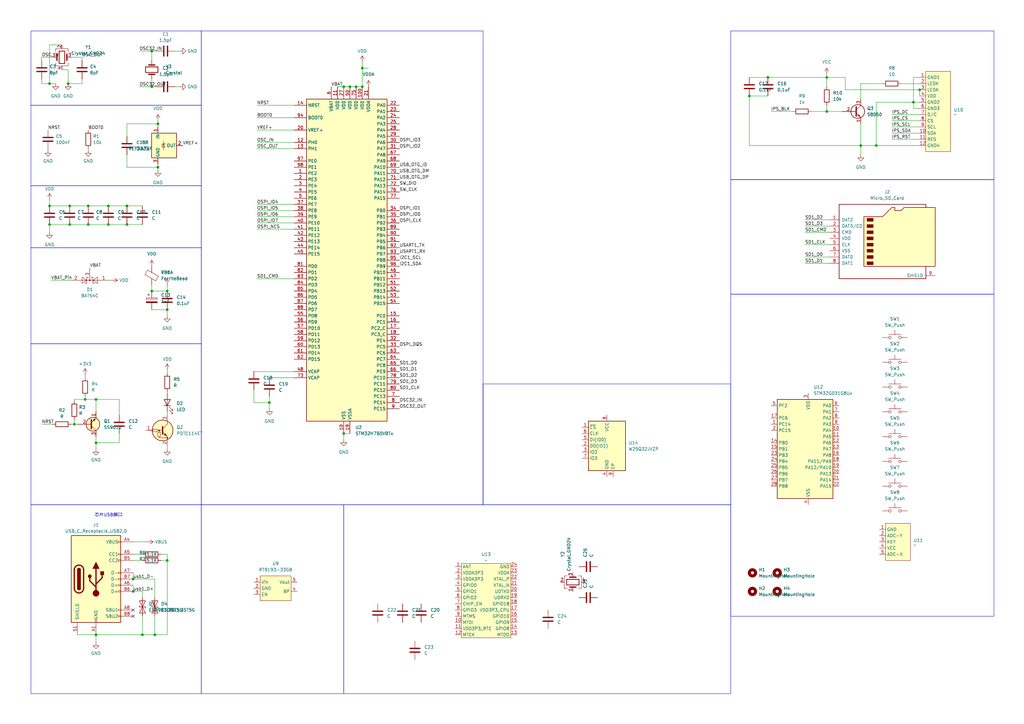
<source format=kicad_sch>
(kicad_sch (version 20231120) (generator "eeschema") (generator_version "8.0")
  (paper "A3")
  (title_block (title "STMH7B0 NES游戏机") (date "2024-02-01") (rev "TheBadZhang"))
  (lib_symbols
    (symbol "Connector:Micro_SD_Card" (pin_names (offset 1.016))
      (property "Reference" "J" (at -16.51 15.24 0))
      (property "Value" "Micro_SD_Card" (at 16.51 15.24 0))
      (symbol "Micro_SD_Card_1_1"
        (pin bidirectional line (at -22.86 7.62 0) (length 3.81) (name "DAT2") (number "1"))
        (pin bidirectional line (at -22.86 5.08 0) (length 3.81) (name "DAT3/CD") (number "2"))
        (pin input line (at -22.86 2.54 0) (length 3.81) (name "CMD") (number "3"))
        (pin power_in line (at -22.86 0 0) (length 3.81) (name "VDD") (number "4"))
        (pin input line (at -22.86 -2.54 0) (length 3.81) (name "CLK") (number "5"))
        (pin power_in line (at -22.86 -5.08 0) (length 3.81) (name "VSS") (number "6"))
        (pin bidirectional line (at -22.86 -7.62 0) (length 3.81) (name "DAT0") (number "7"))
        (pin bidirectional line (at -22.86 -10.16 0) (length 3.81) (name "DAT1") (number "8"))
        (pin passive line (at 20.32 -15.24 180) (length 3.81) (name "SHIELD") (number "9"))
      )
    )
    (symbol "Connector:USB_C_Receptacle_USB2.0" (pin_names (offset 1.016))
      (property "Reference" "J" (at -10.16 19.05 0))
      (property "Value" "USB_C_Receptacle_USB2.0" (at 19.05 19.05 0))
      (symbol "USB_C_Receptacle_USB2.0_1_1"
        (pin passive line (at 0 -22.86 90) (length 5.08) (name "GND") (number "A1"))
        (pin passive line (at 0 -22.86 90) (length 5.08) hide (name "GND") (number "A12"))
        (pin passive line (at 15.24 15.24 180) (length 5.08) (name "VBUS") (number "A4"))
        (pin bidirectional line (at 15.24 10.16 180) (length 5.08) (name "CC1") (number "A5"))
        (pin bidirectional line (at 15.24 -2.54 180) (length 5.08) (name "D+") (number "A6"))
        (pin bidirectional line (at 15.24 2.54 180) (length 5.08) (name "D-") (number "A7"))
        (pin bidirectional line (at 15.24 -12.7 180) (length 5.08) (name "SBU1") (number "A8"))
        (pin passive line (at 15.24 15.24 180) (length 5.08) hide (name "VBUS") (number "A9"))
        (pin passive line (at 0 -22.86 90) (length 5.08) hide (name "GND") (number "B1"))
        (pin passive line (at 0 -22.86 90) (length 5.08) hide (name "GND") (number "B12"))
        (pin passive line (at 15.24 15.24 180) (length 5.08) hide (name "VBUS") (number "B4"))
        (pin bidirectional line (at 15.24 7.62 180) (length 5.08) (name "CC2") (number "B5"))
        (pin bidirectional line (at 15.24 -5.08 180) (length 5.08) (name "D+") (number "B6"))
        (pin bidirectional line (at 15.24 0 180) (length 5.08) (name "D-") (number "B7"))
        (pin bidirectional line (at 15.24 -15.24 180) (length 5.08) (name "SBU2") (number "B8"))
        (pin passive line (at 15.24 15.24 180) (length 5.08) hide (name "VBUS") (number "B9"))
        (pin passive line (at -7.62 -22.86 90) (length 5.08) (name "SHIELD") (number "S1"))
      )
    )
    (symbol "Device:C" (pin_numbers hide) (pin_names (offset 0.254))
      (property "Reference" "C" (at 0.635 2.54 0))
      (property "Value" "C" (at 0.635 -2.54 0))
      (symbol "C_1_1"
        (pin passive line (at 0 3.81 270) (length 2.794) (name "~") (number "1"))
        (pin passive line (at 0 -3.81 90) (length 2.794) (name "~") (number "2"))
      )
    )
    (symbol "Device:C_Polarized" (pin_numbers hide) (pin_names (offset 0.254))
      (property "Reference" "C" (at 0.635 2.54 0))
      (property "Value" "C_Polarized" (at 0.635 -2.54 0))
      (symbol "C_Polarized_1_1"
        (pin passive line (at 0 3.81 270) (length 2.794) (name "~") (number "1"))
        (pin passive line (at 0 -3.81 90) (length 2.794) (name "~") (number "2"))
      )
    )
    (symbol "Device:Crystal" (pin_numbers hide) (pin_names (offset 1.016) hide)
      (property "Reference" "Y" (at 0 3.81 0))
      (property "Value" "Crystal" (at 0 -3.81 0))
      (symbol "Crystal_1_1"
        (pin passive line (at -3.81 0 0) (length 1.27) (name "1") (number "1"))
        (pin passive line (at 3.81 0 180) (length 1.27) (name "2") (number "2"))
      )
    )
    (symbol "Device:Crystal_GND24" (pin_names (offset 1.016) hide)
      (property "Reference" "Y" (at 3.175 5.08 0))
      (property "Value" "Crystal_GND24" (at 3.175 3.175 0))
      (symbol "Crystal_GND24_1_1"
        (pin passive line (at -3.81 0 0) (length 1.27) (name "1") (number "1"))
        (pin passive line (at 0 5.08 270) (length 1.27) (name "2") (number "2"))
        (pin passive line (at 3.81 0 180) (length 1.27) (name "3") (number "3"))
        (pin passive line (at 0 -5.08 90) (length 1.27) (name "4") (number "4"))
      )
    )
    (symbol "Device:FerriteBead" (pin_numbers hide) (pin_names (offset 0))
      (property "Reference" "FB" (at -3.81 0.635 90))
      (property "Value" "FerriteBead" (at 3.81 0 90))
      (symbol "FerriteBead_1_1"
        (pin passive line (at 0 3.81 270) (length 2.54) (name "~") (number "1"))
        (pin passive line (at 0 -3.81 90) (length 2.54) (name "~") (number "2"))
      )
    )
    (symbol "Device:LED" (pin_numbers hide) (pin_names (offset 1.016) hide)
      (property "Reference" "D" (at 0 2.54 0))
      (property "Value" "LED" (at 0 -2.54 0))
      (symbol "LED_1_1"
        (pin passive line (at -3.81 0 0) (length 2.54) (name "K") (number "1"))
        (pin passive line (at 3.81 0 180) (length 2.54) (name "A") (number "2"))
      )
    )
    (symbol "Device:R" (pin_numbers hide) (pin_names (offset 0))
      (property "Reference" "R" (at 2.032 0 90))
      (property "Value" "R" (at 0 0 90))
      (symbol "R_1_1"
        (pin passive line (at 0 3.81 270) (length 1.27) (name "~") (number "1"))
        (pin passive line (at 0 -3.81 90) (length 1.27) (name "~") (number "2"))
      )
    )
    (symbol "Diode:BAT54C" (pin_names (offset 1.016))
      (property "Reference" "D" (at 0.635 -3.81 0))
      (property "Value" "BAT54C" (at -6.35 3.175 0))
      (symbol "BAT54C_1_1"
        (pin passive line (at -7.62 0 0) (length 3.81) (name "~") (number "1"))
        (pin passive line (at 7.62 0 180) (length 3.81) (name "~") (number "2"))
        (pin passive line (at 0 -5.08 90) (length 5.08) (name "~") (number "3"))
      )
    )
    (symbol "Diode:ESD9B3.3ST5G" (pin_numbers hide) (pin_names (offset 1.016) hide)
      (property "Reference" "D" (at 0 2.54 0))
      (property "Value" "ESD9B3.3ST5G" (at 0 -2.54 0))
      (symbol "ESD9B3.3ST5G_1_1"
        (pin passive line (at -3.81 0 0) (length 2.54) (name "A1") (number "1"))
        (pin passive line (at 3.81 0 180) (length 2.54) (name "A2") (number "2"))
      )
    )
    (symbol "MCU_ST_STM32F4:STM32F411CEUx"
      (property "Reference" "U" (at -12.7 39.37 0))
      (property "Value" "STM32F411CEUx" (at 10.16 39.37 0))
      (symbol "STM32F411CEUx_1_1"
        (pin power_in line (at -2.54 40.64 270) (length 2.54) (name "VBAT") (number "1"))
        (pin bidirectional line (at 17.78 35.56 180) (length 2.54) (name "PA0") (number "10"))
        (pin bidirectional line (at 17.78 33.02 180) (length 2.54) (name "PA1") (number "11"))
        (pin bidirectional line (at 17.78 30.48 180) (length 2.54) (name "PA2") (number "12"))
        (pin bidirectional line (at 17.78 27.94 180) (length 2.54) (name "PA3") (number "13"))
        (pin bidirectional line (at 17.78 25.4 180) (length 2.54) (name "PA4") (number "14"))
        (pin bidirectional line (at 17.78 22.86 180) (length 2.54) (name "PA5") (number "15"))
        (pin bidirectional line (at 17.78 20.32 180) (length 2.54) (name "PA6") (number "16"))
        (pin bidirectional line (at 17.78 17.78 180) (length 2.54) (name "PA7") (number "17"))
        (pin bidirectional line (at -15.24 7.62 0) (length 2.54) (name "PB0") (number "18"))
        (pin bidirectional line (at -15.24 5.08 0) (length 2.54) (name "PB1") (number "19"))
        (pin bidirectional line (at -15.24 17.78 0) (length 2.54) (name "PC13") (number "2"))
        (pin bidirectional line (at -15.24 2.54 0) (length 2.54) (name "PB2") (number "20"))
        (pin bidirectional line (at -15.24 -17.78 0) (length 2.54) (name "PB10") (number "21"))
        (pin power_out line (at -15.24 -33.02 0) (length 2.54) (name "VCAP1") (number "22"))
        (pin power_in line (at 0 -40.64 90) (length 2.54) (name "VSS") (number "23"))
        (pin power_in line (at 0 40.64 270) (length 2.54) (name "VDD") (number "24"))
        (pin bidirectional line (at -15.24 -20.32 0) (length 2.54) (name "PB12") (number "25"))
        (pin bidirectional line (at -15.24 -22.86 0) (length 2.54) (name "PB13") (number "26"))
        (pin bidirectional line (at -15.24 -25.4 0) (length 2.54) (name "PB14") (number "27"))
        (pin bidirectional line (at -15.24 -27.94 0) (length 2.54) (name "PB15") (number "28"))
        (pin bidirectional line (at 17.78 15.24 180) (length 2.54) (name "PA8") (number "29"))
        (pin bidirectional line (at -15.24 15.24 0) (length 2.54) (name "PC14") (number "3"))
        (pin bidirectional line (at 17.78 12.7 180) (length 2.54) (name "PA9") (number "30"))
        (pin bidirectional line (at 17.78 10.16 180) (length 2.54) (name "PA10") (number "31"))
        (pin bidirectional line (at 17.78 7.62 180) (length 2.54) (name "PA11") (number "32"))
        (pin bidirectional line (at 17.78 5.08 180) (length 2.54) (name "PA12") (number "33"))
        (pin bidirectional line (at 17.78 2.54 180) (length 2.54) (name "PA13") (number "34"))
        (pin passive line (at 0 -40.64 90) (length 2.54) hide (name "VSS") (number "35"))
        (pin power_in line (at 2.54 40.64 270) (length 2.54) (name "VDD") (number "36"))
        (pin bidirectional line (at 17.78 0 180) (length 2.54) (name "PA14") (number "37"))
        (pin bidirectional line (at 17.78 -2.54 180) (length 2.54) (name "PA15") (number "38"))
        (pin bidirectional line (at -15.24 0 0) (length 2.54) (name "PB3") (number "39"))
        (pin bidirectional line (at -15.24 12.7 0) (length 2.54) (name "PC15") (number "4"))
        (pin bidirectional line (at -15.24 -2.54 0) (length 2.54) (name "PB4") (number "40"))
        (pin bidirectional line (at -15.24 -5.08 0) (length 2.54) (name "PB5") (number "41"))
        (pin bidirectional line (at -15.24 -7.62 0) (length 2.54) (name "PB6") (number "42"))
        (pin bidirectional line (at -15.24 -10.16 0) (length 2.54) (name "PB7") (number "43"))
        (pin input line (at -15.24 30.48 0) (length 2.54) (name "BOOT0") (number "44"))
        (pin bidirectional line (at -15.24 -12.7 0) (length 2.54) (name "PB8") (number "45"))
        (pin bidirectional line (at -15.24 -15.24 0) (length 2.54) (name "PB9") (number "46"))
        (pin passive line (at 0 -40.64 90) (length 2.54) hide (name "VSS") (number "47"))
        (pin power_in line (at 5.08 40.64 270) (length 2.54) (name "VDD") (number "48"))
        (pin passive line (at 0 -40.64 90) (length 2.54) hide (name "VSS") (number "49"))
        (pin bidirectional line (at -15.24 25.4 0) (length 2.54) (name "PH0") (number "5"))
        (pin bidirectional line (at -15.24 22.86 0) (length 2.54) (name "PH1") (number "6"))
        (pin input line (at -15.24 35.56 0) (length 2.54) (name "NRST") (number "7"))
        (pin power_in line (at 2.54 -40.64 90) (length 2.54) (name "VSSA") (number "8"))
        (pin power_in line (at 7.62 40.64 270) (length 2.54) (name "VDDA") (number "9"))
      )
    )
    (symbol "MCU_ST_STM32G0:STM32G031G8Ux"
      (property "Reference" "U" (at -10.16 21.59 0))
      (property "Value" "STM32G031G8Ux" (at 5.08 21.59 0))
      (symbol "STM32G031G8Ux_1_1"
        (pin bidirectional line (at -12.7 10.16 0) (length 2.54) (name "PC14") (number "1"))
        (pin bidirectional line (at 15.24 7.62 180) (length 2.54) (name "PA4") (number "10"))
        (pin bidirectional line (at 15.24 5.08 180) (length 2.54) (name "PA5") (number "11"))
        (pin bidirectional line (at 15.24 2.54 180) (length 2.54) (name "PA6") (number "12"))
        (pin bidirectional line (at 15.24 0 180) (length 2.54) (name "PA7") (number "13"))
        (pin bidirectional line (at -12.7 2.54 0) (length 2.54) (name "PB0") (number "14"))
        (pin bidirectional line (at -12.7 0 0) (length 2.54) (name "PB1") (number "15"))
        (pin bidirectional line (at 15.24 -2.54 180) (length 2.54) (name "PA8") (number "16"))
        (pin bidirectional line (at -12.7 12.7 0) (length 2.54) (name "PC6") (number "17"))
        (pin bidirectional line (at 15.24 -5.08 180) (length 2.54) (name "PA11/PA9") (number "18"))
        (pin bidirectional line (at 15.24 -7.62 180) (length 2.54) (name "PA12/PA10") (number "19"))
        (pin bidirectional line (at -12.7 7.62 0) (length 2.54) (name "PC15") (number "2"))
        (pin bidirectional line (at 15.24 -10.16 180) (length 2.54) (name "PA13") (number "20"))
        (pin bidirectional line (at 15.24 -12.7 180) (length 2.54) (name "PA14") (number "21"))
        (pin bidirectional line (at 15.24 -15.24 180) (length 2.54) (name "PA15") (number "22"))
        (pin bidirectional line (at -12.7 -2.54 0) (length 2.54) (name "PB3") (number "23"))
        (pin bidirectional line (at -12.7 -5.08 0) (length 2.54) (name "PB4") (number "24"))
        (pin bidirectional line (at -12.7 -7.62 0) (length 2.54) (name "PB5") (number "25"))
        (pin bidirectional line (at -12.7 -10.16 0) (length 2.54) (name "PB6") (number "26"))
        (pin bidirectional line (at -12.7 -12.7 0) (length 2.54) (name "PB7") (number "27"))
        (pin bidirectional line (at -12.7 -15.24 0) (length 2.54) (name "PB8") (number "28"))
        (pin power_in line (at 2.54 22.86 270) (length 2.54) (name "VDD") (number "3"))
        (pin power_in line (at 2.54 -22.86 90) (length 2.54) (name "VSS") (number "4"))
        (pin bidirectional line (at -12.7 17.78 0) (length 2.54) (name "PF2") (number "5"))
        (pin bidirectional line (at 15.24 17.78 180) (length 2.54) (name "PA0") (number "6"))
        (pin bidirectional line (at 15.24 15.24 180) (length 2.54) (name "PA1") (number "7"))
        (pin bidirectional line (at 15.24 12.7 180) (length 2.54) (name "PA2") (number "8"))
        (pin bidirectional line (at 15.24 10.16 180) (length 2.54) (name "PA3") (number "9"))
      )
    )
    (symbol "MCU_ST_STM32G4:STM32G474RETx"
      (property "Reference" "U" (at -15.24 46.99 0))
      (property "Value" "STM32G474RETx" (at 10.16 46.99 0))
      (symbol "STM32G474RETx_1_1"
        (pin power_in line (at -5.08 48.26 270) (length 2.54) (name "VBAT") (number "1"))
        (pin bidirectional line (at -17.78 15.24 0) (length 2.54) (name "PC2") (number "10"))
        (pin bidirectional line (at -17.78 12.7 0) (length 2.54) (name "PC3") (number "11"))
        (pin bidirectional line (at 17.78 43.18 180) (length 2.54) (name "PA0") (number "12"))
        (pin bidirectional line (at 17.78 40.64 180) (length 2.54) (name "PA1") (number "13"))
        (pin bidirectional line (at 17.78 38.1 180) (length 2.54) (name "PA2") (number "14"))
        (pin power_in line (at 0 -45.72 90) (length 2.54) (name "VSS") (number "15"))
        (pin power_in line (at -2.54 48.26 270) (length 2.54) (name "VDD") (number "16"))
        (pin bidirectional line (at 17.78 35.56 180) (length 2.54) (name "PA3") (number "17"))
        (pin bidirectional line (at 17.78 33.02 180) (length 2.54) (name "PA4") (number "18"))
        (pin bidirectional line (at 17.78 30.48 180) (length 2.54) (name "PA5") (number "19"))
        (pin bidirectional line (at -17.78 -12.7 0) (length 2.54) (name "PC13") (number "2"))
        (pin bidirectional line (at 17.78 27.94 180) (length 2.54) (name "PA6") (number "20"))
        (pin bidirectional line (at 17.78 25.4 180) (length 2.54) (name "PA7") (number "21"))
        (pin bidirectional line (at -17.78 10.16 0) (length 2.54) (name "PC4") (number "22"))
        (pin bidirectional line (at -17.78 7.62 0) (length 2.54) (name "PC5") (number "23"))
        (pin bidirectional line (at 17.78 0 180) (length 2.54) (name "PB0") (number "24"))
        (pin bidirectional line (at 17.78 -2.54 180) (length 2.54) (name "PB1") (number "25"))
        (pin bidirectional line (at 17.78 -5.08 180) (length 2.54) (name "PB2") (number "26"))
        (pin power_in line (at 2.54 -45.72 90) (length 2.54) (name "VSSA") (number "27"))
        (pin input line (at -17.78 43.18 0) (length 2.54) (name "VREF+") (number "28"))
        (pin power_in line (at 7.62 48.26 270) (length 2.54) (name "VDDA") (number "29"))
        (pin bidirectional line (at -17.78 -15.24 0) (length 2.54) (name "PC14") (number "3"))
        (pin bidirectional line (at 17.78 -25.4 180) (length 2.54) (name "PB10") (number "30"))
        (pin passive line (at 0 -45.72 90) (length 2.54) hide (name "VSS") (number "31"))
        (pin power_in line (at 0 48.26 270) (length 2.54) (name "VDD") (number "32"))
        (pin bidirectional line (at 17.78 -27.94 180) (length 2.54) (name "PB11") (number "33"))
        (pin bidirectional line (at 17.78 -30.48 180) (length 2.54) (name "PB12") (number "34"))
        (pin bidirectional line (at 17.78 -33.02 180) (length 2.54) (name "PB13") (number "35"))
        (pin bidirectional line (at 17.78 -35.56 180) (length 2.54) (name "PB14") (number "36"))
        (pin bidirectional line (at 17.78 -38.1 180) (length 2.54) (name "PB15") (number "37"))
        (pin bidirectional line (at -17.78 5.08 0) (length 2.54) (name "PC6") (number "38"))
        (pin bidirectional line (at -17.78 2.54 0) (length 2.54) (name "PC7") (number "39"))
        (pin bidirectional line (at -17.78 -17.78 0) (length 2.54) (name "PC15") (number "4"))
        (pin bidirectional line (at -17.78 0 0) (length 2.54) (name "PC8") (number "40"))
        (pin bidirectional line (at -17.78 -2.54 0) (length 2.54) (name "PC9") (number "41"))
        (pin bidirectional line (at 17.78 22.86 180) (length 2.54) (name "PA8") (number "42"))
        (pin bidirectional line (at 17.78 20.32 180) (length 2.54) (name "PA9") (number "43"))
        (pin bidirectional line (at 17.78 17.78 180) (length 2.54) (name "PA10") (number "44"))
        (pin bidirectional line (at 17.78 15.24 180) (length 2.54) (name "PA11") (number "45"))
        (pin bidirectional line (at 17.78 12.7 180) (length 2.54) (name "PA12") (number "46"))
        (pin passive line (at 0 -45.72 90) (length 2.54) hide (name "VSS") (number "47"))
        (pin power_in line (at 2.54 48.26 270) (length 2.54) (name "VDD") (number "48"))
        (pin bidirectional line (at 17.78 10.16 180) (length 2.54) (name "PA13") (number "49"))
        (pin bidirectional line (at -17.78 33.02 0) (length 2.54) (name "PF0") (number "5"))
        (pin bidirectional line (at 17.78 7.62 180) (length 2.54) (name "PA14") (number "50"))
        (pin bidirectional line (at 17.78 5.08 180) (length 2.54) (name "PA15") (number "51"))
        (pin bidirectional line (at -17.78 -5.08 0) (length 2.54) (name "PC10") (number "52"))
        (pin bidirectional line (at -17.78 -7.62 0) (length 2.54) (name "PC11") (number "53"))
        (pin bidirectional line (at -17.78 -10.16 0) (length 2.54) (name "PC12") (number "54"))
        (pin bidirectional line (at -17.78 25.4 0) (length 2.54) (name "PD2") (number "55"))
        (pin bidirectional line (at 17.78 -7.62 180) (length 2.54) (name "PB3") (number "56"))
        (pin bidirectional line (at 17.78 -10.16 180) (length 2.54) (name "PB4") (number "57"))
        (pin bidirectional line (at 17.78 -12.7 180) (length 2.54) (name "PB5") (number "58"))
        (pin bidirectional line (at 17.78 -15.24 180) (length 2.54) (name "PB6") (number "59"))
        (pin bidirectional line (at -17.78 30.48 0) (length 2.54) (name "PF1") (number "6"))
        (pin bidirectional line (at 17.78 -17.78 180) (length 2.54) (name "PB7") (number "60"))
        (pin bidirectional line (at 17.78 -20.32 180) (length 2.54) (name "PB8") (number "61"))
        (pin bidirectional line (at 17.78 -22.86 180) (length 2.54) (name "PB9") (number "62"))
        (pin passive line (at 0 -45.72 90) (length 2.54) hide (name "VSS") (number "63"))
        (pin power_in line (at 5.08 48.26 270) (length 2.54) (name "VDD") (number "64"))
        (pin bidirectional line (at -17.78 38.1 0) (length 2.54) (name "PG10") (number "7"))
        (pin bidirectional line (at -17.78 20.32 0) (length 2.54) (name "PC0") (number "8"))
        (pin bidirectional line (at -17.78 17.78 0) (length 2.54) (name "PC1") (number "9"))
      )
    )
    (symbol "MCU_ST_STM32H7:STM32H723ZGIx"
      (property "Reference" "U" (at -27.94 90.17 0))
      (property "Value" "STM32H723ZGIx" (at 20.32 90.17 0))
      (symbol "STM32H723ZGIx_1_1"
        (pin bidirectional line (at 35.56 -33.02 180) (length 5.08) (name "PC13") (number "A1"))
        (pin bidirectional line (at 35.56 48.26 180) (length 5.08) (name "PA15(JTDI)") (number "A10"))
        (pin bidirectional line (at 35.56 50.8 180) (length 5.08) (name "PA14(JTCK") (number "A11"))
        (pin bidirectional line (at 35.56 53.34 180) (length 5.08) (name "PA13(JTMS") (number "A12"))
        (pin bidirectional line (at -33.02 -38.1 0) (length 5.08) (name "PE3") (number "A2"))
        (pin bidirectional line (at -33.02 -35.56 0) (length 5.08) (name "PE2") (number "A3"))
        (pin bidirectional line (at -33.02 -33.02 0) (length 5.08) (name "PE1") (number "A4"))
        (pin bidirectional line (at -33.02 -30.48 0) (length 5.08) (name "PE0") (number "A5"))
        (pin bidirectional line (at 35.56 33.02 180) (length 5.08) (name "PB4(NJTRST)") (number "A6"))
        (pin bidirectional line (at 35.56 35.56 180) (length 5.08) (name "PB3(JTDO") (number "A7"))
        (pin bidirectional line (at 35.56 -58.42 180) (length 5.08) (name "PD6") (number "A8"))
        (pin bidirectional line (at 35.56 -60.96 180) (length 5.08) (name "PD7") (number "A9"))
        (pin bidirectional line (at 35.56 -35.56 180) (length 5.08) (name "PC14") (number "B1"))
        (pin bidirectional line (at 35.56 -27.94 180) (length 5.08) (name "PC11") (number "B10"))
        (pin bidirectional line (at 35.56 -25.4 180) (length 5.08) (name "PC10") (number "B11"))
        (pin bidirectional line (at 35.56 55.88 180) (length 5.08) (name "PA12") (number "B12"))
        (pin bidirectional line (at -33.02 -40.64 0) (length 5.08) (name "PE4") (number "B2"))
        (pin bidirectional line (at -33.02 -43.18 0) (length 5.08) (name "PE5") (number "B3"))
        (pin bidirectional line (at -33.02 -45.72 0) (length 5.08) (name "PE6") (number "B4"))
        (pin bidirectional line (at 35.56 20.32 180) (length 5.08) (name "PB9") (number "B5"))
        (pin bidirectional line (at 35.56 30.48 180) (length 5.08) (name "PB5") (number "B6"))
        (pin bidirectional line (at -33.02 17.78 0) (length 5.08) (name "PG15") (number "B7"))
        (pin bidirectional line (at -33.02 25.4 0) (length 5.08) (name "PG12") (number "B8"))
        (pin bidirectional line (at 35.56 -55.88 180) (length 5.08) (name "PD5") (number "B9"))
        (pin bidirectional line (at 35.56 -38.1 180) (length 5.08) (name "PC15") (number "C1"))
        (pin bidirectional line (at 35.56 -30.48 180) (length 5.08) (name "PC12") (number "C10"))
        (pin power_in line (at 15.24 93.98 270) (length 5.08) (name "VDD33USB") (number "C11"))
        (pin bidirectional line (at 35.56 58.42 180) (length 5.08) (name "PA11") (number "C12"))
        (pin power_in line (at -15.24 93.98 270) (length 5.08) (name "VBAT") (number "C2"))
        (pin bidirectional line (at -33.02 12.7 0) (length 5.08) (name "PF0") (number "C3"))
        (pin bidirectional line (at -33.02 10.16 0) (length 5.08) (name "PF1") (number "C4"))
        (pin bidirectional line (at 35.56 22.86 180) (length 5.08) (name "PB8") (number "C5"))
        (pin bidirectional line (at 35.56 27.94 180) (length 5.08) (name "PB6") (number "C6"))
        (pin bidirectional line (at -33.02 20.32 0) (length 5.08) (name "PG14") (number "C7"))
        (pin bidirectional line (at -33.02 27.94 0) (length 5.08) (name "PG11") (number "C8"))
        (pin bidirectional line (at 35.56 -53.34 180) (length 5.08) (name "PD4") (number "C9"))
        (pin bidirectional line (at -33.02 63.5 0) (length 5.08) (name "PH0") (number "D1"))
        (pin bidirectional line (at 35.56 -45.72 180) (length 5.08) (name "PD1") (number "D10"))
        (pin bidirectional line (at 35.56 60.96 180) (length 5.08) (name "PA10") (number "D11"))
        (pin bidirectional line (at 35.56 63.5 180) (length 5.08) (name "PA9") (number "D12"))
        (pin power_in line (at 0 -91.44 90) (length 5.08) (name "VSS") (number "D2"))
        (pin power_in line (at -12.7 93.98 270) (length 5.08) (name "VDD") (number "D3"))
        (pin bidirectional line (at -33.02 7.62 0) (length 5.08) (name "PF2") (number "D4"))
        (pin input line (at -33.02 81.28 0) (length 5.08) (name "BOOT0") (number "D5"))
        (pin bidirectional line (at 35.56 25.4 180) (length 5.08) (name "PB7") (number "D6"))
        (pin bidirectional line (at -33.02 22.86 0) (length 5.08) (name "PG13") (number "D7"))
        (pin bidirectional line (at -33.02 30.48 0) (length 5.08) (name "PG10") (number "D8"))
        (pin bidirectional line (at 35.56 -50.8 180) (length 5.08) (name "PD3") (number "D9"))
        (pin bidirectional line (at -33.02 60.96 0) (length 5.08) (name "PH1") (number "E1"))
        (pin bidirectional line (at 35.56 -43.18 180) (length 5.08) (name "PD0") (number "E10"))
        (pin bidirectional line (at 35.56 -22.86 180) (length 5.08) (name "PC9") (number "E11"))
        (pin bidirectional line (at 35.56 66.04 180) (length 5.08) (name "PA8") (number "E12"))
        (pin bidirectional line (at -33.02 5.08 0) (length 5.08) (name "PF3") (number "E2"))
        (pin bidirectional line (at -33.02 2.54 0) (length 5.08) (name "PF4") (number "E3"))
        (pin bidirectional line (at -33.02 0 0) (length 5.08) (name "PF5") (number "E4"))
        (pin input line (at -33.02 68.58 0) (length 5.08) (name "PDR_ON") (number "E5"))
        (pin passive line (at 0 -91.44 90) (length 5.08) hide (name "VSS") (number "E6"))
        (pin passive line (at 0 -91.44 90) (length 5.08) hide (name "VSS") (number "E7"))
        (pin bidirectional line (at -33.02 33.02 0) (length 5.08) (name "PG9") (number "E8"))
        (pin bidirectional line (at 35.56 -48.26 180) (length 5.08) (name "PD2") (number "E9"))
        (pin input line (at -33.02 86.36 0) (length 5.08) (name "NRST") (number "F1"))
        (pin power_in line (at 5.08 93.98 270) (length 5.08) (name "VDD") (number "F10"))
        (pin bidirectional line (at 35.56 -20.32 180) (length 5.08) (name "PC8") (number "F11"))
        (pin bidirectional line (at 35.56 -17.78 180) (length 5.08) (name "PC7") (number "F12"))
        (pin bidirectional line (at -33.02 -5.08 0) (length 5.08) (name "PF7") (number "F2"))
        (pin bidirectional line (at -33.02 -2.54 0) (length 5.08) (name "PF6") (number "F3"))
        (pin power_in line (at -10.16 93.98 270) (length 5.08) (name "VDD") (number "F4"))
        (pin power_in line (at -7.62 93.98 270) (length 5.08) (name "VDD") (number "F5"))
        (pin power_in line (at -5.08 93.98 270) (length 5.08) (name "VDD") (number "F6"))
        (pin power_in line (at -2.54 93.98 270) (length 5.08) (name "VDD") (number "F7"))
        (pin power_in line (at 0 93.98 270) (length 5.08) (name "VDD") (number "F8"))
        (pin power_in line (at 2.54 93.98 270) (length 5.08) (name "VDD") (number "F9"))
        (pin bidirectional line (at -33.02 -12.7 0) (length 5.08) (name "PF10") (number "G1"))
        (pin passive line (at 0 -91.44 90) (length 5.08) hide (name "VSS") (number "G10"))
        (pin bidirectional line (at -33.02 35.56 0) (length 5.08) (name "PG8") (number "G11"))
        (pin bidirectional line (at 35.56 -15.24 180) (length 5.08) (name "PC6") (number "G12"))
        (pin bidirectional line (at -33.02 -10.16 0) (length 5.08) (name "PF9") (number "G2"))
        (pin bidirectional line (at -33.02 -7.62 0) (length 5.08) (name "PF8") (number "G3"))
        (pin passive line (at 0 -91.44 90) (length 5.08) hide (name "VSS") (number "G4"))
        (pin power_in line (at 7.62 93.98 270) (length 5.08) (name "VDD") (number "G5"))
        (pin power_in line (at 10.16 93.98 270) (length 5.08) (name "VDD") (number "G6"))
        (pin power_in line (at 12.7 93.98 270) (length 5.08) (name "VDD") (number "G7"))
        (pin passive line (at 0 -91.44 90) (length 5.08) hide (name "VSS") (number "G8"))
        (pin power_out line (at -33.02 -73.66 0) (length 5.08) (name "VCAP") (number "G9"))
        (pin bidirectional line (at 35.56 0 180) (length 5.08) (name "PC0") (number "H1"))
        (pin bidirectional line (at -33.02 38.1 0) (length 5.08) (name "PG7") (number "H10"))
        (pin bidirectional line (at -33.02 40.64 0) (length 5.08) (name "PG6") (number "H11"))
        (pin bidirectional line (at -33.02 43.18 0) (length 5.08) (name "PG5") (number "H12"))
        (pin bidirectional line (at 35.56 -2.54 180) (length 5.08) (name "PC1") (number "H2"))
        (pin bidirectional line (at 35.56 -5.08 180) (length 5.08) (name "PC2") (number "H3"))
        (pin bidirectional line (at 35.56 -7.62 180) (length 5.08) (name "PC3") (number "H4"))
        (pin passive line (at 0 -91.44 90) (length 5.08) hide (name "VSS") (number "H5"))
        (pin passive line (at 0 -91.44 90) (length 5.08) hide (name "VSS") (number "H6"))
        (pin power_out line (at -33.02 -76.2 0) (length 5.08) (name "VCAP") (number "H7"))
        (pin bidirectional line (at -33.02 -58.42 0) (length 5.08) (name "PE11") (number "H8"))
        (pin bidirectional line (at 35.56 -71.12 180) (length 5.08) (name "PD11") (number "H9"))
        (pin power_in line (at 2.54 -91.44 90) (length 5.08) (name "VSSA") (number "J1"))
        (pin bidirectional line (at -33.02 45.72 0) (length 5.08) (name "PG4") (number "J10"))
        (pin bidirectional line (at -33.02 48.26 0) (length 5.08) (name "PG3") (number "J11"))
        (pin bidirectional line (at -33.02 50.8 0) (length 5.08) (name "PG2") (number "J12"))
        (pin bidirectional line (at 35.56 86.36 180) (length 5.08) (name "PA0") (number "J2"))
        (pin bidirectional line (at 35.56 76.2 180) (length 5.08) (name "PA4") (number "J3"))
        (pin bidirectional line (at 35.56 -10.16 180) (length 5.08) (name "PC4") (number "J4"))
        (pin bidirectional line (at 35.56 38.1 180) (length 5.08) (name "PB2") (number "J5"))
        (pin bidirectional line (at -33.02 53.34 0) (length 5.08) (name "PG1") (number "J6"))
        (pin bidirectional line (at -33.02 -55.88 0) (length 5.08) (name "PE10") (number "J7"))
        (pin bidirectional line (at -33.02 -60.96 0) (length 5.08) (name "PE12") (number "J8"))
        (pin bidirectional line (at 35.56 -68.58 180) (length 5.08) (name "PD10") (number "J9"))
        (pin input line (at -33.02 73.66 0) (length 5.08) (name "VREF-") (number "K1"))
        (pin bidirectional line (at 35.56 -76.2 180) (length 5.08) (name "PD13") (number "K10"))
        (pin bidirectional line (at 35.56 -78.74 180) (length 5.08) (name "PD14") (number "K11"))
        (pin bidirectional line (at 35.56 -81.28 180) (length 5.08) (name "PD15") (number "K12"))
        (pin bidirectional line (at 35.56 83.82 180) (length 5.08) (name "PA1") (number "K2"))
        (pin bidirectional line (at 35.56 73.66 180) (length 5.08) (name "PA5") (number "K3"))
        (pin bidirectional line (at 35.56 -12.7 180) (length 5.08) (name "PC5") (number "K4"))
        (pin bidirectional line (at -33.02 -20.32 0) (length 5.08) (name "PF13") (number "K5"))
        (pin bidirectional line (at -33.02 55.88 0) (length 5.08) (name "PG0") (number "K6"))
        (pin bidirectional line (at -33.02 -53.34 0) (length 5.08) (name "PE9") (number "K7"))
        (pin bidirectional line (at -33.02 -63.5 0) (length 5.08) (name "PE13") (number "K8"))
        (pin bidirectional line (at 35.56 -66.04 180) (length 5.08) (name "PD9") (number "K9"))
        (pin input line (at -33.02 76.2 0) (length 5.08) (name "VREF+") (number "L1"))
        (pin bidirectional line (at 35.56 -73.66 180) (length 5.08) (name "PD12") (number "L10"))
        (pin bidirectional line (at 35.56 7.62 180) (length 5.08) (name "PB14") (number "L11"))
        (pin bidirectional line (at 35.56 5.08 180) (length 5.08) (name "PB15") (number "L12"))
        (pin bidirectional line (at 35.56 81.28 180) (length 5.08) (name "PA2") (number "L2"))
        (pin bidirectional line (at 35.56 71.12 180) (length 5.08) (name "PA6") (number "L3"))
        (pin bidirectional line (at 35.56 43.18 180) (length 5.08) (name "PB0") (number "L4"))
        (pin bidirectional line (at -33.02 -17.78 0) (length 5.08) (name "PF12") (number "L5"))
        (pin bidirectional line (at -33.02 -25.4 0) (length 5.08) (name "PF15") (number "L6"))
        (pin bidirectional line (at -33.02 -50.8 0) (length 5.08) (name "PE8") (number "L7"))
        (pin bidirectional line (at -33.02 -66.04 0) (length 5.08) (name "PE14") (number "L8"))
        (pin bidirectional line (at 35.56 -63.5 180) (length 5.08) (name "PD8") (number "L9"))
        (pin power_in line (at 17.78 93.98 270) (length 5.08) (name "VDDA") (number "M1"))
        (pin bidirectional line (at 35.56 15.24 180) (length 5.08) (name "PB11") (number "M10"))
        (pin bidirectional line (at 35.56 12.7 180) (length 5.08) (name "PB12") (number "M11"))
        (pin bidirectional line (at 35.56 10.16 180) (length 5.08) (name "PB13") (number "M12"))
        (pin bidirectional line (at 35.56 78.74 180) (length 5.08) (name "PA3") (number "M2"))
        (pin bidirectional line (at 35.56 68.58 180) (length 5.08) (name "PA7") (number "M3"))
        (pin bidirectional line (at 35.56 40.64 180) (length 5.08) (name "PB1") (number "M4"))
        (pin bidirectional line (at -33.02 -15.24 0) (length 5.08) (name "PF11") (number "M5"))
        (pin bidirectional line (at -33.02 -22.86 0) (length 5.08) (name "PF14") (number "M6"))
        (pin bidirectional line (at -33.02 -48.26 0) (length 5.08) (name "PE7") (number "M7"))
        (pin bidirectional line (at -33.02 -68.58 0) (length 5.08) (name "PE15") (number "M8"))
        (pin bidirectional line (at 35.56 17.78 180) (length 5.08) (name "PB10") (number "M9"))
      )
    )
    (symbol "MCU_ST_STM32H7:STM32H723ZGTx"
      (property "Reference" "U" (at -27.94 90.17 0))
      (property "Value" "STM32H723ZGTx" (at 20.32 90.17 0))
      (symbol "STM32H723ZGTx_1_1"
        (pin bidirectional line (at -33.02 -33.02 0) (length 5.08) (name "PE2") (number "1"))
        (pin bidirectional line (at -33.02 15.24 0) (length 5.08) (name "PF0") (number "10"))
        (pin bidirectional line (at 35.56 66.04 180) (length 5.08) (name "PA8") (number "100"))
        (pin bidirectional line (at 35.56 63.5 180) (length 5.08) (name "PA9") (number "101"))
        (pin bidirectional line (at 35.56 60.96 180) (length 5.08) (name "PA10") (number "102"))
        (pin bidirectional line (at 35.56 58.42 180) (length 5.08) (name "PA11") (number "103"))
        (pin bidirectional line (at 35.56 55.88 180) (length 5.08) (name "PA12") (number "104"))
        (pin bidirectional line (at 35.56 53.34 180) (length 5.08) (name "PA13(JTMS") (number "105"))
        (pin power_out line (at -33.02 -73.66 0) (length 5.08) (name "VCAP") (number "106"))
        (pin passive line (at 0 -91.44 90) (length 5.08) hide (name "VSS") (number "107"))
        (pin power_in line (at 5.08 93.98 270) (length 5.08) (name "VDD") (number "108"))
        (pin bidirectional line (at 35.56 50.8 180) (length 5.08) (name "PA14(JTCK") (number "109"))
        (pin bidirectional line (at -33.02 12.7 0) (length 5.08) (name "PF1") (number "11"))
        (pin bidirectional line (at 35.56 48.26 180) (length 5.08) (name "PA15(JTDI)") (number "110"))
        (pin bidirectional line (at 35.56 -25.4 180) (length 5.08) (name "PC10") (number "111"))
        (pin bidirectional line (at 35.56 -27.94 180) (length 5.08) (name "PC11") (number "112"))
        (pin bidirectional line (at 35.56 -30.48 180) (length 5.08) (name "PC12") (number "113"))
        (pin bidirectional line (at 35.56 -43.18 180) (length 5.08) (name "PD0") (number "114"))
        (pin bidirectional line (at 35.56 -45.72 180) (length 5.08) (name "PD1") (number "115"))
        (pin bidirectional line (at 35.56 -48.26 180) (length 5.08) (name "PD2") (number "116"))
        (pin bidirectional line (at 35.56 -50.8 180) (length 5.08) (name "PD3") (number "117"))
        (pin bidirectional line (at 35.56 -53.34 180) (length 5.08) (name "PD4") (number "118"))
        (pin bidirectional line (at 35.56 -55.88 180) (length 5.08) (name "PD5") (number "119"))
        (pin bidirectional line (at -33.02 10.16 0) (length 5.08) (name "PF2") (number "12"))
        (pin passive line (at 0 -91.44 90) (length 5.08) hide (name "VSS") (number "120"))
        (pin power_in line (at 7.62 93.98 270) (length 5.08) (name "VDD") (number "121"))
        (pin bidirectional line (at 35.56 -58.42 180) (length 5.08) (name "PD6") (number "122"))
        (pin bidirectional line (at 35.56 -60.96 180) (length 5.08) (name "PD7") (number "123"))
        (pin bidirectional line (at -33.02 35.56 0) (length 5.08) (name "PG9") (number "124"))
        (pin bidirectional line (at -33.02 33.02 0) (length 5.08) (name "PG10") (number "125"))
        (pin bidirectional line (at -33.02 30.48 0) (length 5.08) (name "PG11") (number "126"))
        (pin bidirectional line (at -33.02 27.94 0) (length 5.08) (name "PG12") (number "127"))
        (pin bidirectional line (at -33.02 25.4 0) (length 5.08) (name "PG13") (number "128"))
        (pin bidirectional line (at -33.02 22.86 0) (length 5.08) (name "PG14") (number "129"))
        (pin bidirectional line (at -33.02 7.62 0) (length 5.08) (name "PF3") (number "13"))
        (pin passive line (at 0 -91.44 90) (length 5.08) hide (name "VSS") (number "130"))
        (pin power_in line (at 10.16 93.98 270) (length 5.08) (name "VDD") (number "131"))
        (pin bidirectional line (at -33.02 20.32 0) (length 5.08) (name "PG15") (number "132"))
        (pin bidirectional line (at 35.56 35.56 180) (length 5.08) (name "PB3(JTDO") (number "133"))
        (pin bidirectional line (at 35.56 33.02 180) (length 5.08) (name "PB4(NJTRST)") (number "134"))
        (pin bidirectional line (at 35.56 30.48 180) (length 5.08) (name "PB5") (number "135"))
        (pin bidirectional line (at 35.56 27.94 180) (length 5.08) (name "PB6") (number "136"))
        (pin bidirectional line (at 35.56 25.4 180) (length 5.08) (name "PB7") (number "137"))
        (pin input line (at -33.02 81.28 0) (length 5.08) (name "BOOT0") (number "138"))
        (pin bidirectional line (at 35.56 22.86 180) (length 5.08) (name "PB8") (number "139"))
        (pin bidirectional line (at -33.02 5.08 0) (length 5.08) (name "PF4") (number "14"))
        (pin bidirectional line (at 35.56 20.32 180) (length 5.08) (name "PB9") (number "140"))
        (pin bidirectional line (at -33.02 -27.94 0) (length 5.08) (name "PE0") (number "141"))
        (pin bidirectional line (at -33.02 -30.48 0) (length 5.08) (name "PE1") (number "142"))
        (pin input line (at -33.02 71.12 0) (length 5.08) (name "PDR_ON") (number "143"))
        (pin power_in line (at 12.7 93.98 270) (length 5.08) (name "VDD") (number "144"))
        (pin bidirectional line (at -33.02 2.54 0) (length 5.08) (name "PF5") (number "15"))
        (pin power_in line (at 0 -91.44 90) (length 5.08) (name "VSS") (number "16"))
        (pin power_in line (at -12.7 93.98 270) (length 5.08) (name "VDD") (number "17"))
        (pin bidirectional line (at -33.02 0 0) (length 5.08) (name "PF6") (number "18"))
        (pin bidirectional line (at -33.02 -2.54 0) (length 5.08) (name "PF7") (number "19"))
        (pin bidirectional line (at -33.02 -35.56 0) (length 5.08) (name "PE3") (number "2"))
        (pin bidirectional line (at -33.02 -5.08 0) (length 5.08) (name "PF8") (number "20"))
        (pin bidirectional line (at -33.02 -7.62 0) (length 5.08) (name "PF9") (number "21"))
        (pin bidirectional line (at -33.02 -10.16 0) (length 5.08) (name "PF10") (number "22"))
        (pin bidirectional line (at -33.02 66.04 0) (length 5.08) (name "PH0") (number "23"))
        (pin bidirectional line (at -33.02 63.5 0) (length 5.08) (name "PH1") (number "24"))
        (pin input line (at -33.02 86.36 0) (length 5.08) (name "NRST") (number "25"))
        (pin bidirectional line (at 35.56 0 180) (length 5.08) (name "PC0") (number "26"))
        (pin bidirectional line (at 35.56 -2.54 180) (length 5.08) (name "PC1") (number "27"))
        (pin bidirectional line (at 35.56 -5.08 180) (length 5.08) (name "PC2_C") (number "28"))
        (pin bidirectional line (at 35.56 -7.62 180) (length 5.08) (name "PC3_C") (number "29"))
        (pin bidirectional line (at -33.02 -38.1 0) (length 5.08) (name "PE4") (number "3"))
        (pin power_in line (at -10.16 93.98 270) (length 5.08) (name "VDD") (number "30"))
        (pin power_in line (at 2.54 -91.44 90) (length 5.08) (name "VSSA") (number "31"))
        (pin input line (at -33.02 76.2 0) (length 5.08) (name "VREF+") (number "32"))
        (pin power_in line (at 17.78 93.98 270) (length 5.08) (name "VDDA") (number "33"))
        (pin bidirectional line (at 35.56 86.36 180) (length 5.08) (name "PA0") (number "34"))
        (pin bidirectional line (at 35.56 83.82 180) (length 5.08) (name "PA1") (number "35"))
        (pin bidirectional line (at 35.56 81.28 180) (length 5.08) (name "PA2") (number "36"))
        (pin bidirectional line (at 35.56 78.74 180) (length 5.08) (name "PA3") (number "37"))
        (pin passive line (at 0 -91.44 90) (length 5.08) hide (name "VSS") (number "38"))
        (pin power_in line (at -7.62 93.98 270) (length 5.08) (name "VDD") (number "39"))
        (pin bidirectional line (at -33.02 -40.64 0) (length 5.08) (name "PE5") (number "4"))
        (pin bidirectional line (at 35.56 76.2 180) (length 5.08) (name "PA4") (number "40"))
        (pin bidirectional line (at 35.56 73.66 180) (length 5.08) (name "PA5") (number "41"))
        (pin bidirectional line (at 35.56 71.12 180) (length 5.08) (name "PA6") (number "42"))
        (pin bidirectional line (at 35.56 68.58 180) (length 5.08) (name "PA7") (number "43"))
        (pin bidirectional line (at 35.56 -10.16 180) (length 5.08) (name "PC4") (number "44"))
        (pin bidirectional line (at 35.56 -12.7 180) (length 5.08) (name "PC5") (number "45"))
        (pin bidirectional line (at 35.56 43.18 180) (length 5.08) (name "PB0") (number "46"))
        (pin bidirectional line (at 35.56 40.64 180) (length 5.08) (name "PB1") (number "47"))
        (pin bidirectional line (at 35.56 38.1 180) (length 5.08) (name "PB2") (number "48"))
        (pin bidirectional line (at -33.02 -12.7 0) (length 5.08) (name "PF11") (number "49"))
        (pin bidirectional line (at -33.02 -43.18 0) (length 5.08) (name "PE6") (number "5"))
        (pin bidirectional line (at -33.02 -15.24 0) (length 5.08) (name "PF12") (number "50"))
        (pin passive line (at 0 -91.44 90) (length 5.08) hide (name "VSS") (number "51"))
        (pin power_in line (at -5.08 93.98 270) (length 5.08) (name "VDD") (number "52"))
        (pin bidirectional line (at -33.02 -17.78 0) (length 5.08) (name "PF13") (number "53"))
        (pin bidirectional line (at -33.02 -20.32 0) (length 5.08) (name "PF14") (number "54"))
        (pin bidirectional line (at -33.02 -22.86 0) (length 5.08) (name "PF15") (number "55"))
        (pin bidirectional line (at -33.02 58.42 0) (length 5.08) (name "PG0") (number "56"))
        (pin bidirectional line (at -33.02 55.88 0) (length 5.08) (name "PG1") (number "57"))
        (pin bidirectional line (at -33.02 -45.72 0) (length 5.08) (name "PE7") (number "58"))
        (pin bidirectional line (at -33.02 -48.26 0) (length 5.08) (name "PE8") (number "59"))
        (pin power_in line (at -15.24 93.98 270) (length 5.08) (name "VBAT") (number "6"))
        (pin bidirectional line (at -33.02 -50.8 0) (length 5.08) (name "PE9") (number "60"))
        (pin passive line (at 0 -91.44 90) (length 5.08) hide (name "VSS") (number "61"))
        (pin power_in line (at -2.54 93.98 270) (length 5.08) (name "VDD") (number "62"))
        (pin bidirectional line (at -33.02 -53.34 0) (length 5.08) (name "PE10") (number "63"))
        (pin bidirectional line (at -33.02 -55.88 0) (length 5.08) (name "PE11") (number "64"))
        (pin bidirectional line (at -33.02 -58.42 0) (length 5.08) (name "PE12") (number "65"))
        (pin bidirectional line (at -33.02 -60.96 0) (length 5.08) (name "PE13") (number "66"))
        (pin bidirectional line (at -33.02 -63.5 0) (length 5.08) (name "PE14") (number "67"))
        (pin bidirectional line (at -33.02 -66.04 0) (length 5.08) (name "PE15") (number "68"))
        (pin bidirectional line (at 35.56 17.78 180) (length 5.08) (name "PB10") (number "69"))
        (pin bidirectional line (at 35.56 -33.02 180) (length 5.08) (name "PC13") (number "7"))
        (pin bidirectional line (at 35.56 15.24 180) (length 5.08) (name "PB11") (number "70"))
        (pin power_out line (at -33.02 -71.12 0) (length 5.08) (name "VCAP") (number "71"))
        (pin power_in line (at 0 93.98 270) (length 5.08) (name "VDD") (number "72"))
        (pin bidirectional line (at 35.56 12.7 180) (length 5.08) (name "PB12") (number "73"))
        (pin bidirectional line (at 35.56 10.16 180) (length 5.08) (name "PB13") (number "74"))
        (pin bidirectional line (at 35.56 7.62 180) (length 5.08) (name "PB14") (number "75"))
        (pin bidirectional line (at 35.56 5.08 180) (length 5.08) (name "PB15") (number "76"))
        (pin bidirectional line (at 35.56 -63.5 180) (length 5.08) (name "PD8") (number "77"))
        (pin bidirectional line (at 35.56 -66.04 180) (length 5.08) (name "PD9") (number "78"))
        (pin bidirectional line (at 35.56 -68.58 180) (length 5.08) (name "PD10") (number "79"))
        (pin bidirectional line (at 35.56 -35.56 180) (length 5.08) (name "PC14") (number "8"))
        (pin bidirectional line (at 35.56 -71.12 180) (length 5.08) (name "PD11") (number "80"))
        (pin bidirectional line (at 35.56 -73.66 180) (length 5.08) (name "PD12") (number "81"))
        (pin bidirectional line (at 35.56 -76.2 180) (length 5.08) (name "PD13") (number "82"))
        (pin passive line (at 0 -91.44 90) (length 5.08) hide (name "VSS") (number "83"))
        (pin power_in line (at 2.54 93.98 270) (length 5.08) (name "VDD") (number "84"))
        (pin bidirectional line (at 35.56 -78.74 180) (length 5.08) (name "PD14") (number "85"))
        (pin bidirectional line (at 35.56 -81.28 180) (length 5.08) (name "PD15") (number "86"))
        (pin bidirectional line (at -33.02 53.34 0) (length 5.08) (name "PG2") (number "87"))
        (pin bidirectional line (at -33.02 50.8 0) (length 5.08) (name "PG3") (number "88"))
        (pin bidirectional line (at -33.02 48.26 0) (length 5.08) (name "PG4") (number "89"))
        (pin bidirectional line (at 35.56 -38.1 180) (length 5.08) (name "PC15") (number "9"))
        (pin bidirectional line (at -33.02 45.72 0) (length 5.08) (name "PG5") (number "90"))
        (pin bidirectional line (at -33.02 43.18 0) (length 5.08) (name "PG6") (number "91"))
        (pin bidirectional line (at -33.02 40.64 0) (length 5.08) (name "PG7") (number "92"))
        (pin bidirectional line (at -33.02 38.1 0) (length 5.08) (name "PG8") (number "93"))
        (pin passive line (at 0 -91.44 90) (length 5.08) hide (name "VSS") (number "94"))
        (pin power_in line (at 15.24 93.98 270) (length 5.08) (name "VDD33USB") (number "95"))
        (pin bidirectional line (at 35.56 -15.24 180) (length 5.08) (name "PC6") (number "96"))
        (pin bidirectional line (at 35.56 -17.78 180) (length 5.08) (name "PC7") (number "97"))
        (pin bidirectional line (at 35.56 -20.32 180) (length 5.08) (name "PC8") (number "98"))
        (pin bidirectional line (at 35.56 -22.86 180) (length 5.08) (name "PC9") (number "99"))
      )
    )
    (symbol "MCU_ST_STM32H7:STM32H743IIKx"
      (property "Reference" "U" (at -27.94 110.49 0))
      (property "Value" "STM32H743IIKx" (at 22.86 110.49 0))
      (symbol "STM32H743IIKx_1_1"
        (pin bidirectional line (at 35.56 -73.66 180) (length 5.08) (name "PE3") (number "A1"))
        (pin bidirectional line (at 35.56 55.88 180) (length 5.08) (name "PB3") (number "A10"))
        (pin bidirectional line (at 35.56 -40.64 180) (length 5.08) (name "PD7") (number "A11"))
        (pin bidirectional line (at 35.56 -10.16 180) (length 5.08) (name "PC12") (number "A12"))
        (pin bidirectional line (at 35.56 68.58 180) (length 5.08) (name "PA15") (number "A13"))
        (pin bidirectional line (at 35.56 71.12 180) (length 5.08) (name "PA14") (number "A14"))
        (pin bidirectional line (at 35.56 73.66 180) (length 5.08) (name "PA13") (number "A15"))
        (pin bidirectional line (at 35.56 -71.12 180) (length 5.08) (name "PE2") (number "A2"))
        (pin bidirectional line (at 35.56 -68.58 180) (length 5.08) (name "PE1") (number "A3"))
        (pin bidirectional line (at 35.56 -66.04 180) (length 5.08) (name "PE0") (number "A4"))
        (pin bidirectional line (at 35.56 43.18 180) (length 5.08) (name "PB8") (number "A5"))
        (pin bidirectional line (at 35.56 50.8 180) (length 5.08) (name "PB5") (number "A6"))
        (pin bidirectional line (at -33.02 -25.4 0) (length 5.08) (name "PG14") (number "A7"))
        (pin bidirectional line (at -33.02 -22.86 0) (length 5.08) (name "PG13") (number "A8"))
        (pin bidirectional line (at 35.56 53.34 180) (length 5.08) (name "PB4") (number "A9"))
        (pin bidirectional line (at 35.56 -76.2 180) (length 5.08) (name "PE4") (number "B1"))
        (pin bidirectional line (at -33.02 -15.24 0) (length 5.08) (name "PG10") (number "B10"))
        (pin bidirectional line (at 35.56 -38.1 180) (length 5.08) (name "PD6") (number "B11"))
        (pin bidirectional line (at 35.56 -22.86 180) (length 5.08) (name "PD0") (number "B12"))
        (pin bidirectional line (at 35.56 -7.62 180) (length 5.08) (name "PC11") (number "B13"))
        (pin bidirectional line (at 35.56 -5.08 180) (length 5.08) (name "PC10") (number "B14"))
        (pin bidirectional line (at 35.56 76.2 180) (length 5.08) (name "PA12") (number "B15"))
        (pin bidirectional line (at 35.56 -78.74 180) (length 5.08) (name "PE5") (number "B2"))
        (pin bidirectional line (at 35.56 -81.28 180) (length 5.08) (name "PE6") (number "B3"))
        (pin bidirectional line (at 35.56 40.64 180) (length 5.08) (name "PB9") (number "B4"))
        (pin bidirectional line (at 35.56 45.72 180) (length 5.08) (name "PB7") (number "B5"))
        (pin bidirectional line (at 35.56 48.26 180) (length 5.08) (name "PB6") (number "B6"))
        (pin bidirectional line (at -33.02 -27.94 0) (length 5.08) (name "PG15") (number "B7"))
        (pin bidirectional line (at -33.02 -20.32 0) (length 5.08) (name "PG12") (number "B8"))
        (pin bidirectional line (at -33.02 -17.78 0) (length 5.08) (name "PG11") (number "B9"))
        (pin power_in line (at -17.78 114.3 270) (length 5.08) (name "VBAT") (number "C1"))
        (pin bidirectional line (at -33.02 -12.7 0) (length 5.08) (name "PG9") (number "C10"))
        (pin bidirectional line (at 35.56 -35.56 180) (length 5.08) (name "PD5") (number "C11"))
        (pin bidirectional line (at 35.56 -25.4 180) (length 5.08) (name "PD1") (number "C12"))
        (pin bidirectional line (at -33.02 78.74 0) (length 5.08) (name "PI3") (number "C13"))
        (pin bidirectional line (at -33.02 81.28 0) (length 5.08) (name "PI2") (number "C14"))
        (pin bidirectional line (at 35.56 78.74 180) (length 5.08) (name "PA11") (number "C15"))
        (pin bidirectional line (at -33.02 68.58 0) (length 5.08) (name "PI7") (number "C2"))
        (pin bidirectional line (at -33.02 71.12 0) (length 5.08) (name "PI6") (number "C3"))
        (pin bidirectional line (at -33.02 73.66 0) (length 5.08) (name "PI5") (number "C4"))
        (pin power_in line (at -15.24 114.3 270) (length 5.08) (name "VDD") (number "C5"))
        (pin input line (at -33.02 104.14 0) (length 5.08) (name "PDR_ON") (number "C6"))
        (pin power_in line (at -12.7 114.3 270) (length 5.08) (name "VDD") (number "C7"))
        (pin power_in line (at -10.16 114.3 270) (length 5.08) (name "VDD") (number "C8"))
        (pin power_in line (at -7.62 114.3 270) (length 5.08) (name "VDD") (number "C9"))
        (pin bidirectional line (at 35.56 -12.7 180) (length 5.08) (name "PC13") (number "D1"))
        (pin bidirectional line (at 35.56 -33.02 180) (length 5.08) (name "PD4") (number "D10"))
        (pin bidirectional line (at 35.56 -30.48 180) (length 5.08) (name "PD3") (number "D11"))
        (pin bidirectional line (at 35.56 -27.94 180) (length 5.08) (name "PD2") (number "D12"))
        (pin bidirectional line (at -33.02 15.24 0) (length 5.08) (name "PH15") (number "D13"))
        (pin bidirectional line (at -33.02 83.82 0) (length 5.08) (name "PI1") (number "D14"))
        (pin bidirectional line (at 35.56 81.28 180) (length 5.08) (name "PA10") (number "D15"))
        (pin bidirectional line (at -33.02 66.04 0) (length 5.08) (name "PI8") (number "D2"))
        (pin bidirectional line (at -33.02 63.5 0) (length 5.08) (name "PI9") (number "D3"))
        (pin bidirectional line (at -33.02 76.2 0) (length 5.08) (name "PI4") (number "D4"))
        (pin power_in line (at 0 -114.3 90) (length 5.08) (name "VSS") (number "D5"))
        (pin input line (at -33.02 99.06 0) (length 5.08) (name "BOOT0") (number "D6"))
        (pin passive line (at 0 -114.3 90) (length 5.08) hide (name "VSS") (number "D7"))
        (pin passive line (at 0 -114.3 90) (length 5.08) hide (name "VSS") (number "D8"))
        (pin passive line (at 0 -114.3 90) (length 5.08) hide (name "VSS") (number "D9"))
        (pin bidirectional line (at 35.56 -15.24 180) (length 5.08) (name "PC14") (number "E1"))
        (pin bidirectional line (at -33.02 20.32 0) (length 5.08) (name "PH13") (number "E12"))
        (pin bidirectional line (at -33.02 17.78 0) (length 5.08) (name "PH14") (number "E13"))
        (pin bidirectional line (at -33.02 86.36 0) (length 5.08) (name "PI0") (number "E14"))
        (pin bidirectional line (at 35.56 83.82 180) (length 5.08) (name "PA9") (number "E15"))
        (pin bidirectional line (at -33.02 -33.02 0) (length 5.08) (name "PF0") (number "E2"))
        (pin bidirectional line (at -33.02 60.96 0) (length 5.08) (name "PI10") (number "E3"))
        (pin bidirectional line (at -33.02 58.42 0) (length 5.08) (name "PI11") (number "E4"))
        (pin bidirectional line (at 35.56 -17.78 180) (length 5.08) (name "PC15") (number "F1"))
        (pin passive line (at 0 -114.3 90) (length 5.08) hide (name "VSS") (number "F10"))
        (pin passive line (at 0 -114.3 90) (length 5.08) hide (name "VSS") (number "F12"))
        (pin power_out line (at -33.02 -76.2 0) (length 5.08) (name "VCAP") (number "F13"))
        (pin bidirectional line (at 35.56 -2.54 180) (length 5.08) (name "PC9") (number "F14"))
        (pin bidirectional line (at 35.56 86.36 180) (length 5.08) (name "PA8") (number "F15"))
        (pin passive line (at 0 -114.3 90) (length 5.08) hide (name "VSS") (number "F2"))
        (pin power_in line (at -5.08 114.3 270) (length 5.08) (name "VDD") (number "F3"))
        (pin bidirectional line (at -33.02 48.26 0) (length 5.08) (name "PH2") (number "F4"))
        (pin passive line (at 0 -114.3 90) (length 5.08) hide (name "VSS") (number "F6"))
        (pin passive line (at 0 -114.3 90) (length 5.08) hide (name "VSS") (number "F7"))
        (pin passive line (at 0 -114.3 90) (length 5.08) hide (name "VSS") (number "F8"))
        (pin passive line (at 0 -114.3 90) (length 5.08) hide (name "VSS") (number "F9"))
        (pin bidirectional line (at -33.02 53.34 0) (length 5.08) (name "PH0") (number "G1"))
        (pin passive line (at 0 -114.3 90) (length 5.08) hide (name "VSS") (number "G10"))
        (pin passive line (at 0 -114.3 90) (length 5.08) hide (name "VSS") (number "G12"))
        (pin power_in line (at 0 114.3 270) (length 5.08) (name "VDD") (number "G13"))
        (pin bidirectional line (at 35.56 0 180) (length 5.08) (name "PC8") (number "G14"))
        (pin bidirectional line (at 35.56 2.54 180) (length 5.08) (name "PC7") (number "G15"))
        (pin passive line (at 0 -114.3 90) (length 5.08) hide (name "VSS") (number "G2"))
        (pin power_in line (at -2.54 114.3 270) (length 5.08) (name "VDD") (number "G3"))
        (pin bidirectional line (at -33.02 45.72 0) (length 5.08) (name "PH3") (number "G4"))
        (pin passive line (at 0 -114.3 90) (length 5.08) hide (name "VSS") (number "G6"))
        (pin passive line (at 0 -114.3 90) (length 5.08) hide (name "VSS") (number "G7"))
        (pin passive line (at 0 -114.3 90) (length 5.08) hide (name "VSS") (number "G8"))
        (pin passive line (at 0 -114.3 90) (length 5.08) hide (name "VSS") (number "G9"))
        (pin bidirectional line (at -33.02 50.8 0) (length 5.08) (name "PH1") (number "H1"))
        (pin passive line (at 0 -114.3 90) (length 5.08) hide (name "VSS") (number "H10"))
        (pin passive line (at 0 -114.3 90) (length 5.08) hide (name "VSS") (number "H12"))
        (pin power_in line (at 17.78 114.3 270) (length 5.08) (name "VDD33_USB") (number "H13"))
        (pin bidirectional line (at -33.02 -10.16 0) (length 5.08) (name "PG8") (number "H14"))
        (pin bidirectional line (at 35.56 5.08 180) (length 5.08) (name "PC6") (number "H15"))
        (pin bidirectional line (at -33.02 -38.1 0) (length 5.08) (name "PF2") (number "H2"))
        (pin bidirectional line (at -33.02 -35.56 0) (length 5.08) (name "PF1") (number "H3"))
        (pin bidirectional line (at -33.02 43.18 0) (length 5.08) (name "PH4") (number "H4"))
        (pin passive line (at 0 -114.3 90) (length 5.08) hide (name "VSS") (number "H6"))
        (pin passive line (at 0 -114.3 90) (length 5.08) hide (name "VSS") (number "H7"))
        (pin passive line (at 0 -114.3 90) (length 5.08) hide (name "VSS") (number "H8"))
        (pin passive line (at 0 -114.3 90) (length 5.08) hide (name "VSS") (number "H9"))
        (pin input line (at -33.02 106.68 0) (length 5.08) (name "NRST") (number "J1"))
        (pin passive line (at 0 -114.3 90) (length 5.08) hide (name "VSS") (number "J10"))
        (pin power_in line (at 2.54 114.3 270) (length 5.08) (name "VDD") (number "J12"))
        (pin power_in line (at 5.08 114.3 270) (length 5.08) (name "VDD") (number "J13"))
        (pin bidirectional line (at -33.02 -7.62 0) (length 5.08) (name "PG7") (number "J14"))
        (pin bidirectional line (at -33.02 -5.08 0) (length 5.08) (name "PG6") (number "J15"))
        (pin bidirectional line (at -33.02 -40.64 0) (length 5.08) (name "PF3") (number "J2"))
        (pin bidirectional line (at -33.02 -43.18 0) (length 5.08) (name "PF4") (number "J3"))
        (pin bidirectional line (at -33.02 40.64 0) (length 5.08) (name "PH5") (number "J4"))
        (pin passive line (at 0 -114.3 90) (length 5.08) hide (name "VSS") (number "J6"))
        (pin passive line (at 0 -114.3 90) (length 5.08) hide (name "VSS") (number "J7"))
        (pin passive line (at 0 -114.3 90) (length 5.08) hide (name "VSS") (number "J8"))
        (pin passive line (at 0 -114.3 90) (length 5.08) hide (name "VSS") (number "J9"))
        (pin bidirectional line (at -33.02 -50.8 0) (length 5.08) (name "PF7") (number "K1"))
        (pin passive line (at 0 -114.3 90) (length 5.08) hide (name "VSS") (number "K10"))
        (pin bidirectional line (at -33.02 22.86 0) (length 5.08) (name "PH12") (number "K12"))
        (pin bidirectional line (at -33.02 -2.54 0) (length 5.08) (name "PG5") (number "K13"))
        (pin bidirectional line (at -33.02 0 0) (length 5.08) (name "PG4") (number "K14"))
        (pin bidirectional line (at -33.02 2.54 0) (length 5.08) (name "PG3") (number "K15"))
        (pin bidirectional line (at -33.02 -48.26 0) (length 5.08) (name "PF6") (number "K2"))
        (pin bidirectional line (at -33.02 -45.72 0) (length 5.08) (name "PF5") (number "K3"))
        (pin power_in line (at 7.62 114.3 270) (length 5.08) (name "VDD") (number "K4"))
        (pin passive line (at 0 -114.3 90) (length 5.08) hide (name "VSS") (number "K6"))
        (pin passive line (at 0 -114.3 90) (length 5.08) hide (name "VSS") (number "K7"))
        (pin passive line (at 0 -114.3 90) (length 5.08) hide (name "VSS") (number "K8"))
        (pin passive line (at 0 -114.3 90) (length 5.08) hide (name "VSS") (number "K9"))
        (pin bidirectional line (at -33.02 -58.42 0) (length 5.08) (name "PF10") (number "L1"))
        (pin bidirectional line (at -33.02 25.4 0) (length 5.08) (name "PH11") (number "L12"))
        (pin bidirectional line (at -33.02 27.94 0) (length 5.08) (name "PH10") (number "L13"))
        (pin bidirectional line (at 35.56 -60.96 180) (length 5.08) (name "PD15") (number "L14"))
        (pin bidirectional line (at -33.02 5.08 0) (length 5.08) (name "PG2") (number "L15"))
        (pin bidirectional line (at -33.02 -55.88 0) (length 5.08) (name "PF9") (number "L2"))
        (pin bidirectional line (at -33.02 -53.34 0) (length 5.08) (name "PF8") (number "L3"))
        (pin passive line (at 0 -114.3 90) (length 5.08) hide (name "VSS") (number "L4"))
        (pin power_in line (at 2.54 -114.3 90) (length 5.08) (name "VSSA") (number "M1"))
        (pin power_out line (at -33.02 -78.74 0) (length 5.08) (name "VCAP") (number "M10"))
        (pin bidirectional line (at -33.02 38.1 0) (length 5.08) (name "PH6") (number "M11"))
        (pin bidirectional line (at -33.02 33.02 0) (length 5.08) (name "PH8") (number "M12"))
        (pin bidirectional line (at -33.02 30.48 0) (length 5.08) (name "PH9") (number "M13"))
        (pin bidirectional line (at 35.56 -58.42 180) (length 5.08) (name "PD14") (number "M14"))
        (pin bidirectional line (at 35.56 -55.88 180) (length 5.08) (name "PD13") (number "M15"))
        (pin bidirectional line (at 35.56 20.32 180) (length 5.08) (name "PC0") (number "M2"))
        (pin bidirectional line (at 35.56 17.78 180) (length 5.08) (name "PC1") (number "M3"))
        (pin bidirectional line (at 35.56 15.24 180) (length 5.08) (name "PC2_C") (number "M4"))
        (pin bidirectional line (at 35.56 12.7 180) (length 5.08) (name "PC3_C") (number "M5"))
        (pin bidirectional line (at 35.56 58.42 180) (length 5.08) (name "PB2") (number "M6"))
        (pin bidirectional line (at -33.02 7.62 0) (length 5.08) (name "PG1") (number "M7"))
        (pin passive line (at 0 -114.3 90) (length 5.08) hide (name "VSS") (number "M8"))
        (pin passive line (at 0 -114.3 90) (length 5.08) hide (name "VSS") (number "M9"))
        (pin input line (at -33.02 91.44 0) (length 5.08) (name "VREF-") (number "N1"))
        (pin power_in line (at 15.24 114.3 270) (length 5.08) (name "VDD") (number "N10"))
        (pin bidirectional line (at 35.56 -99.06 180) (length 5.08) (name "PE13") (number "N11"))
        (pin bidirectional line (at -33.02 35.56 0) (length 5.08) (name "PH7") (number "N12"))
        (pin bidirectional line (at 35.56 -53.34 180) (length 5.08) (name "PD12") (number "N13"))
        (pin bidirectional line (at 35.56 -50.8 180) (length 5.08) (name "PD11") (number "N14"))
        (pin bidirectional line (at 35.56 -48.26 180) (length 5.08) (name "PD10") (number "N15"))
        (pin bidirectional line (at 35.56 104.14 180) (length 5.08) (name "PA1") (number "N2"))
        (pin bidirectional line (at 35.56 106.68 180) (length 5.08) (name "PA0") (number "N3"))
        (pin bidirectional line (at 35.56 96.52 180) (length 5.08) (name "PA4") (number "N4"))
        (pin bidirectional line (at 35.56 10.16 180) (length 5.08) (name "PC4") (number "N5"))
        (pin bidirectional line (at -33.02 -66.04 0) (length 5.08) (name "PF13") (number "N6"))
        (pin bidirectional line (at -33.02 10.16 0) (length 5.08) (name "PG0") (number "N7"))
        (pin power_in line (at 10.16 114.3 270) (length 5.08) (name "VDD") (number "N8"))
        (pin power_in line (at 12.7 114.3 270) (length 5.08) (name "VDD") (number "N9"))
        (pin input line (at -33.02 93.98 0) (length 5.08) (name "VREF+") (number "P1"))
        (pin bidirectional line (at 35.56 -93.98 180) (length 5.08) (name "PE11") (number "P10"))
        (pin bidirectional line (at 35.56 -101.6 180) (length 5.08) (name "PE14") (number "P11"))
        (pin bidirectional line (at 35.56 33.02 180) (length 5.08) (name "PB12") (number "P12"))
        (pin bidirectional line (at 35.56 30.48 180) (length 5.08) (name "PB13") (number "P13"))
        (pin bidirectional line (at 35.56 -45.72 180) (length 5.08) (name "PD9") (number "P14"))
        (pin bidirectional line (at 35.56 -43.18 180) (length 5.08) (name "PD8") (number "P15"))
        (pin bidirectional line (at 35.56 101.6 180) (length 5.08) (name "PA2") (number "P2"))
        (pin bidirectional line (at 35.56 91.44 180) (length 5.08) (name "PA6") (number "P3"))
        (pin bidirectional line (at 35.56 93.98 180) (length 5.08) (name "PA5") (number "P4"))
        (pin bidirectional line (at 35.56 7.62 180) (length 5.08) (name "PC5") (number "P5"))
        (pin bidirectional line (at -33.02 -63.5 0) (length 5.08) (name "PF12") (number "P6"))
        (pin bidirectional line (at -33.02 -71.12 0) (length 5.08) (name "PF15") (number "P7"))
        (pin bidirectional line (at 35.56 -86.36 180) (length 5.08) (name "PE8") (number "P8"))
        (pin bidirectional line (at 35.56 -88.9 180) (length 5.08) (name "PE9") (number "P9"))
        (pin power_in line (at 20.32 114.3 270) (length 5.08) (name "VDDA") (number "R1"))
        (pin bidirectional line (at 35.56 -96.52 180) (length 5.08) (name "PE12") (number "R10"))
        (pin bidirectional line (at 35.56 -104.14 180) (length 5.08) (name "PE15") (number "R11"))
        (pin bidirectional line (at 35.56 38.1 180) (length 5.08) (name "PB10") (number "R12"))
        (pin bidirectional line (at 35.56 35.56 180) (length 5.08) (name "PB11") (number "R13"))
        (pin bidirectional line (at 35.56 27.94 180) (length 5.08) (name "PB14") (number "R14"))
        (pin bidirectional line (at 35.56 25.4 180) (length 5.08) (name "PB15") (number "R15"))
        (pin bidirectional line (at 35.56 99.06 180) (length 5.08) (name "PA3") (number "R2"))
        (pin bidirectional line (at 35.56 88.9 180) (length 5.08) (name "PA7") (number "R3"))
        (pin bidirectional line (at 35.56 60.96 180) (length 5.08) (name "PB1") (number "R4"))
        (pin bidirectional line (at 35.56 63.5 180) (length 5.08) (name "PB0") (number "R5"))
        (pin bidirectional line (at -33.02 -60.96 0) (length 5.08) (name "PF11") (number "R6"))
        (pin bidirectional line (at -33.02 -68.58 0) (length 5.08) (name "PF14") (number "R7"))
        (pin bidirectional line (at 35.56 -83.82 180) (length 5.08) (name "PE7") (number "R8"))
        (pin bidirectional line (at 35.56 -91.44 180) (length 5.08) (name "PE10") (number "R9"))
      )
    )
    (symbol "MCU_ST_STM32H7:STM32H7B0IBKxQ"
      (property "Reference" "U" (at -30.48 107.95 0))
      (property "Value" "STM32H7B0IBKxQ" (at 25.4 107.95 0))
      (symbol "STM32H7B0IBKxQ_1_1"
        (pin power_in line (at 0 -111.76 90) (length 5.08) (name "VSS") (number "A1"))
        (pin bidirectional line (at 38.1 -38.1 180) (length 5.08) (name "PD1") (number "A10"))
        (pin bidirectional line (at 38.1 60.96 180) (length 5.08) (name "PA15") (number "A11"))
        (pin bidirectional line (at 38.1 63.5 180) (length 5.08) (name "PA14") (number "A12"))
        (pin power_in line (at 15.24 111.76 270) (length 5.08) (name "VDDLDO") (number "A13"))
        (pin power_out line (at -35.56 -99.06 0) (length 5.08) (name "VCAP") (number "A14"))
        (pin passive line (at 0 -111.76 90) (length 5.08) hide (name "VSS") (number "A15"))
        (pin bidirectional line (at 38.1 35.56 180) (length 5.08) (name "PB8") (number "A2"))
        (pin power_in line (at 12.7 111.76 270) (length 5.08) (name "VDDLDO") (number "A3"))
        (pin power_out line (at -35.56 -96.52 0) (length 5.08) (name "VCAP") (number "A4"))
        (pin bidirectional line (at 38.1 40.64 180) (length 5.08) (name "PB6") (number "A5"))
        (pin bidirectional line (at 38.1 48.26 180) (length 5.08) (name "PB3") (number "A6"))
        (pin bidirectional line (at -35.56 5.08 0) (length 5.08) (name "PG11") (number "A7"))
        (pin bidirectional line (at -35.56 10.16 0) (length 5.08) (name "PG9") (number "A8"))
        (pin bidirectional line (at 38.1 -43.18 180) (length 5.08) (name "PD3") (number "A9"))
        (pin bidirectional line (at -35.56 -63.5 0) (length 5.08) (name "PE4") (number "B1"))
        (pin bidirectional line (at 38.1 -40.64 180) (length 5.08) (name "PD2") (number "B10"))
        (pin bidirectional line (at 38.1 -22.86 180) (length 5.08) (name "PC12") (number "B11"))
        (pin bidirectional line (at -35.56 40.64 0) (length 5.08) (name "PH14") (number "B12"))
        (pin bidirectional line (at 38.1 66.04 180) (length 5.08) (name "PA13") (number "B13"))
        (pin bidirectional line (at 38.1 78.74 180) (length 5.08) (name "PA8") (number "B14"))
        (pin bidirectional line (at 38.1 68.58 180) (length 5.08) (name "PA12") (number "B15"))
        (pin bidirectional line (at -35.56 -60.96 0) (length 5.08) (name "PE3") (number "B2"))
        (pin bidirectional line (at 38.1 33.02 180) (length 5.08) (name "PB9") (number "B3"))
        (pin bidirectional line (at -35.56 -53.34 0) (length 5.08) (name "PE0") (number "B4"))
        (pin bidirectional line (at 38.1 38.1 180) (length 5.08) (name "PB7") (number "B5"))
        (pin bidirectional line (at 38.1 45.72 180) (length 5.08) (name "PB4") (number "B6"))
        (pin bidirectional line (at -35.56 0 0) (length 5.08) (name "PG13") (number "B7"))
        (pin bidirectional line (at 38.1 -53.34 180) (length 5.08) (name "PD7") (number "B8"))
        (pin bidirectional line (at 38.1 -48.26 180) (length 5.08) (name "PD5") (number "B9"))
        (pin bidirectional line (at 38.1 -25.4 180) (length 5.08) (name "PC13") (number "C1"))
        (pin bidirectional line (at 38.1 -35.56 180) (length 5.08) (name "PD0") (number "C10"))
        (pin bidirectional line (at 38.1 -20.32 180) (length 5.08) (name "PC11") (number "C11"))
        (pin bidirectional line (at 38.1 -17.78 180) (length 5.08) (name "PC10") (number "C12"))
        (pin bidirectional line (at -35.56 43.18 0) (length 5.08) (name "PH13") (number "C13"))
        (pin bidirectional line (at 38.1 73.66 180) (length 5.08) (name "PA10") (number "C14"))
        (pin bidirectional line (at 38.1 71.12 180) (length 5.08) (name "PA11") (number "C15"))
        (pin passive line (at 0 -111.76 90) (length 5.08) hide (name "VSS") (number "C2"))
        (pin bidirectional line (at -35.56 -58.42 0) (length 5.08) (name "PE2") (number "C3"))
        (pin bidirectional line (at -35.56 -55.88 0) (length 5.08) (name "PE1") (number "C4"))
        (pin input line (at -35.56 96.52 0) (length 5.08) (name "BOOT0") (number "C5"))
        (pin bidirectional line (at 38.1 43.18 180) (length 5.08) (name "PB5") (number "C6"))
        (pin bidirectional line (at -35.56 -2.54 0) (length 5.08) (name "PG14") (number "C7"))
        (pin bidirectional line (at -35.56 7.62 0) (length 5.08) (name "PG10") (number "C8"))
        (pin bidirectional line (at 38.1 -45.72 180) (length 5.08) (name "PD4") (number "C9"))
        (pin bidirectional line (at 38.1 -30.48 180) (length 5.08) (name "PC15") (number "D1"))
        (pin passive line (at 0 -111.76 90) (length 5.08) hide (name "VSS") (number "D10"))
        (pin power_in line (at -17.78 111.76 270) (length 5.08) (name "VDD") (number "D11"))
        (pin bidirectional line (at -35.56 38.1 0) (length 5.08) (name "PH15") (number "D12"))
        (pin bidirectional line (at 38.1 76.2 180) (length 5.08) (name "PA9") (number "D13"))
        (pin bidirectional line (at 38.1 -12.7 180) (length 5.08) (name "PC8") (number "D14"))
        (pin bidirectional line (at 38.1 -10.16 180) (length 5.08) (name "PC7") (number "D15"))
        (pin bidirectional line (at 38.1 -27.94 180) (length 5.08) (name "PC14") (number "D2"))
        (pin bidirectional line (at -35.56 -66.04 0) (length 5.08) (name "PE5") (number "D3"))
        (pin input line (at -35.56 101.6 0) (length 5.08) (name "PDR_ON") (number "D4"))
        (pin power_in line (at 20.32 111.76 270) (length 5.08) (name "VDDMMC") (number "D5"))
        (pin passive line (at 0 -111.76 90) (length 5.08) hide (name "VSS") (number "D6"))
        (pin bidirectional line (at -35.56 -5.08 0) (length 5.08) (name "PG15") (number "D7"))
        (pin bidirectional line (at -35.56 2.54 0) (length 5.08) (name "PG12") (number "D8"))
        (pin bidirectional line (at 38.1 -50.8 180) (length 5.08) (name "PD6") (number "D9"))
        (pin passive line (at 0 -111.76 90) (length 5.08) hide (name "VSS") (number "E1"))
        (pin power_in line (at -12.7 111.76 270) (length 5.08) (name "VDD") (number "E12"))
        (pin bidirectional line (at 38.1 -15.24 180) (length 5.08) (name "PC9") (number "E13"))
        (pin bidirectional line (at 38.1 -7.62 180) (length 5.08) (name "PC6") (number "E14"))
        (pin power_in line (at 7.62 111.76 270) (length 5.08) (name "VDD50_USB") (number "E15"))
        (pin power_in line (at -20.32 111.76 270) (length 5.08) (name "VBAT") (number "E2"))
        (pin bidirectional line (at -35.56 -68.58 0) (length 5.08) (name "PE6") (number "E3"))
        (pin power_in line (at -15.24 111.76 270) (length 5.08) (name "VDD") (number "E4"))
        (pin power_in line (at -35.56 91.44 0) (length 5.08) (name "VLXSMPS") (number "F1"))
        (pin passive line (at 0 -111.76 90) (length 5.08) hide (name "VSS") (number "F10"))
        (pin passive line (at 0 -111.76 90) (length 5.08) hide (name "VSS") (number "F12"))
        (pin power_in line (at 5.08 111.76 270) (length 5.08) (name "VDD33_USB") (number "F13"))
        (pin bidirectional line (at -35.56 17.78 0) (length 5.08) (name "PG6") (number "F14"))
        (pin bidirectional line (at -35.56 20.32 0) (length 5.08) (name "PG5") (number "F15"))
        (pin power_in line (at 5.08 -111.76 90) (length 5.08) (name "VSSSMPS") (number "F2"))
        (pin bidirectional line (at -35.56 -12.7 0) (length 5.08) (name "PF1") (number "F3"))
        (pin bidirectional line (at -35.56 -10.16 0) (length 5.08) (name "PF0") (number "F4"))
        (pin passive line (at 0 -111.76 90) (length 5.08) hide (name "VSS") (number "F6"))
        (pin passive line (at 0 -111.76 90) (length 5.08) hide (name "VSS") (number "F7"))
        (pin passive line (at 0 -111.76 90) (length 5.08) hide (name "VSS") (number "F8"))
        (pin passive line (at 0 -111.76 90) (length 5.08) hide (name "VSS") (number "F9"))
        (pin power_in line (at 22.86 111.76 270) (length 5.08) (name "VDDSMPS") (number "G1"))
        (pin passive line (at 0 -111.76 90) (length 5.08) hide (name "VSS") (number "G10"))
        (pin bidirectional line (at -35.56 12.7 0) (length 5.08) (name "PG8") (number "G12"))
        (pin bidirectional line (at -35.56 15.24 0) (length 5.08) (name "PG7") (number "G13"))
        (pin bidirectional line (at -35.56 22.86 0) (length 5.08) (name "PG4") (number "G14"))
        (pin bidirectional line (at -35.56 27.94 0) (length 5.08) (name "PG2") (number "G15"))
        (pin input line (at -35.56 81.28 0) (length 5.08) (name "VFBSMPS") (number "G2"))
        (pin bidirectional line (at -35.56 -15.24 0) (length 5.08) (name "PF2") (number "G3"))
        (pin power_in line (at -10.16 111.76 270) (length 5.08) (name "VDD") (number "G4"))
        (pin passive line (at 0 -111.76 90) (length 5.08) hide (name "VSS") (number "G6"))
        (pin passive line (at 0 -111.76 90) (length 5.08) hide (name "VSS") (number "G7"))
        (pin passive line (at 0 -111.76 90) (length 5.08) hide (name "VSS") (number "G8"))
        (pin passive line (at 0 -111.76 90) (length 5.08) hide (name "VSS") (number "G9"))
        (pin bidirectional line (at -35.56 -25.4 0) (length 5.08) (name "PF6") (number "H1"))
        (pin passive line (at 0 -111.76 90) (length 5.08) hide (name "VSS") (number "H10"))
        (pin power_in line (at -7.62 111.76 270) (length 5.08) (name "VDD") (number "H12"))
        (pin bidirectional line (at -35.56 25.4 0) (length 5.08) (name "PG3") (number "H13"))
        (pin bidirectional line (at 38.1 -71.12 180) (length 5.08) (name "PD14") (number "H14"))
        (pin bidirectional line (at 38.1 -68.58 180) (length 5.08) (name "PD13") (number "H15"))
        (pin bidirectional line (at -35.56 -20.32 0) (length 5.08) (name "PF4") (number "H2"))
        (pin bidirectional line (at -35.56 -22.86 0) (length 5.08) (name "PF5") (number "H3"))
        (pin bidirectional line (at -35.56 -17.78 0) (length 5.08) (name "PF3") (number "H4"))
        (pin passive line (at 0 -111.76 90) (length 5.08) hide (name "VSS") (number "H6"))
        (pin passive line (at 0 -111.76 90) (length 5.08) hide (name "VSS") (number "H7"))
        (pin passive line (at 0 -111.76 90) (length 5.08) hide (name "VSS") (number "H8"))
        (pin passive line (at 0 -111.76 90) (length 5.08) hide (name "VSS") (number "H9"))
        (pin bidirectional line (at -35.56 76.2 0) (length 5.08) (name "PH0") (number "J1"))
        (pin passive line (at 0 -111.76 90) (length 5.08) hide (name "VSS") (number "J10"))
        (pin bidirectional line (at 38.1 -73.66 180) (length 5.08) (name "PD15") (number "J12"))
        (pin bidirectional line (at 38.1 -63.5 180) (length 5.08) (name "PD11") (number "J13"))
        (pin passive line (at 0 -111.76 90) (length 5.08) hide (name "VSS") (number "J14"))
        (pin bidirectional line (at 38.1 -66.04 180) (length 5.08) (name "PD12") (number "J15"))
        (pin bidirectional line (at -35.56 -30.48 0) (length 5.08) (name "PF8") (number "J2"))
        (pin bidirectional line (at -35.56 -27.94 0) (length 5.08) (name "PF7") (number "J3"))
        (pin bidirectional line (at -35.56 -33.02 0) (length 5.08) (name "PF9") (number "J4"))
        (pin passive line (at 0 -111.76 90) (length 5.08) hide (name "VSS") (number "J6"))
        (pin passive line (at 0 -111.76 90) (length 5.08) hide (name "VSS") (number "J7"))
        (pin passive line (at 0 -111.76 90) (length 5.08) hide (name "VSS") (number "J8"))
        (pin passive line (at 0 -111.76 90) (length 5.08) hide (name "VSS") (number "J9"))
        (pin bidirectional line (at -35.56 73.66 0) (length 5.08) (name "PH1") (number "K1"))
        (pin passive line (at 0 -111.76 90) (length 5.08) hide (name "VSS") (number "K10"))
        (pin passive line (at 0 -111.76 90) (length 5.08) hide (name "VSS") (number "K12"))
        (pin bidirectional line (at 38.1 -58.42 180) (length 5.08) (name "PD9") (number "K13"))
        (pin bidirectional line (at 38.1 17.78 180) (length 5.08) (name "PB15") (number "K14"))
        (pin bidirectional line (at 38.1 20.32 180) (length 5.08) (name "PB14") (number "K15"))
        (pin passive line (at 0 -111.76 90) (length 5.08) hide (name "VSS") (number "K2"))
        (pin bidirectional line (at -35.56 -35.56 0) (length 5.08) (name "PF10") (number "K3"))
        (pin power_in line (at -5.08 111.76 270) (length 5.08) (name "VDD") (number "K4"))
        (pin passive line (at 0 -111.76 90) (length 5.08) hide (name "VSS") (number "K6"))
        (pin passive line (at 0 -111.76 90) (length 5.08) hide (name "VSS") (number "K7"))
        (pin passive line (at 0 -111.76 90) (length 5.08) hide (name "VSS") (number "K8"))
        (pin passive line (at 0 -111.76 90) (length 5.08) hide (name "VSS") (number "K9"))
        (pin input line (at -35.56 104.14 0) (length 5.08) (name "NRST") (number "L1"))
        (pin power_in line (at -2.54 111.76 270) (length 5.08) (name "VDD") (number "L12"))
        (pin bidirectional line (at 38.1 -60.96 180) (length 5.08) (name "PD10") (number "L13"))
        (pin bidirectional line (at 38.1 -55.88 180) (length 5.08) (name "PD8") (number "L14"))
        (pin bidirectional line (at 38.1 22.86 180) (length 5.08) (name "PB13") (number "L15"))
        (pin bidirectional line (at 38.1 12.7 180) (length 5.08) (name "PC0") (number "L2"))
        (pin bidirectional line (at 38.1 10.16 180) (length 5.08) (name "PC1") (number "L3"))
        (pin input line (at -35.56 86.36 0) (length 5.08) (name "VREF-") (number "L4"))
        (pin bidirectional line (at 38.1 7.62 180) (length 5.08) (name "PC2") (number "M1"))
        (pin passive line (at 0 -111.76 90) (length 5.08) hide (name "VSS") (number "M10"))
        (pin bidirectional line (at -35.56 58.42 0) (length 5.08) (name "PH7") (number "M11"))
        (pin bidirectional line (at -35.56 -88.9 0) (length 5.08) (name "PE14") (number "M12"))
        (pin bidirectional line (at -35.56 48.26 0) (length 5.08) (name "PH11") (number "M13"))
        (pin bidirectional line (at -35.56 53.34 0) (length 5.08) (name "PH9") (number "M14"))
        (pin bidirectional line (at 38.1 25.4 180) (length 5.08) (name "PB12") (number "M15"))
        (pin bidirectional line (at 38.1 2.54 180) (length 5.08) (name "PC3") (number "M2"))
        (pin input line (at -35.56 88.9 0) (length 5.08) (name "VREF+") (number "M3"))
        (pin power_in line (at 10.16 111.76 270) (length 5.08) (name "VDDA") (number "M4"))
        (pin power_in line (at 0 111.76 270) (length 5.08) (name "VDD") (number "M5"))
        (pin passive line (at 0 -111.76 90) (length 5.08) hide (name "VSS") (number "M6"))
        (pin bidirectional line (at 38.1 -5.08 180) (length 5.08) (name "PC5") (number "M7"))
        (pin bidirectional line (at 38.1 53.34 180) (length 5.08) (name "PB1") (number "M8"))
        (pin power_in line (at 2.54 111.76 270) (length 5.08) (name "VDD") (number "M9"))
        (pin bidirectional line (at 38.1 5.08 180) (length 5.08) (name "PC2_C") (number "N1"))
        (pin bidirectional line (at -35.56 -48.26 0) (length 5.08) (name "PF15") (number "N10"))
        (pin bidirectional line (at -35.56 -43.18 0) (length 5.08) (name "PF13") (number "N11"))
        (pin bidirectional line (at 38.1 30.48 180) (length 5.08) (name "PB10") (number "N12"))
        (pin bidirectional line (at -35.56 55.88 0) (length 5.08) (name "PH8") (number "N13"))
        (pin bidirectional line (at -35.56 50.8 0) (length 5.08) (name "PH10") (number "N14"))
        (pin bidirectional line (at -35.56 45.72 0) (length 5.08) (name "PH12") (number "N15"))
        (pin bidirectional line (at 38.1 0 180) (length 5.08) (name "PC3_C") (number "N2"))
        (pin power_in line (at 2.54 -111.76 90) (length 5.08) (name "VSSA") (number "N3"))
        (pin bidirectional line (at -35.56 71.12 0) (length 5.08) (name "PH2") (number "N4"))
        (pin bidirectional line (at 38.1 91.44 180) (length 5.08) (name "PA3") (number "N5"))
        (pin bidirectional line (at 38.1 81.28 180) (length 5.08) (name "PA7") (number "N6"))
        (pin bidirectional line (at -35.56 -38.1 0) (length 5.08) (name "PF11") (number "N7"))
        (pin bidirectional line (at -35.56 -73.66 0) (length 5.08) (name "PE8") (number "N8"))
        (pin bidirectional line (at -35.56 30.48 0) (length 5.08) (name "PG1") (number "N9"))
        (pin bidirectional line (at 38.1 104.14 180) (length 5.08) (name "PA0") (number "P1"))
        (pin bidirectional line (at 38.1 27.94 180) (length 5.08) (name "PB11") (number "P10"))
        (pin bidirectional line (at -35.56 -40.64 0) (length 5.08) (name "PF12") (number "P11"))
        (pin bidirectional line (at -35.56 -83.82 0) (length 5.08) (name "PE12") (number "P12"))
        (pin bidirectional line (at -35.56 -86.36 0) (length 5.08) (name "PE13") (number "P13"))
        (pin bidirectional line (at -35.56 -91.44 0) (length 5.08) (name "PE15") (number "P14"))
        (pin bidirectional line (at -35.56 60.96 0) (length 5.08) (name "PH6") (number "P15"))
        (pin bidirectional line (at 38.1 99.06 180) (length 5.08) (name "PA1") (number "P2"))
        (pin bidirectional line (at 38.1 96.52 180) (length 5.08) (name "PA1_C") (number "P3"))
        (pin bidirectional line (at -35.56 66.04 0) (length 5.08) (name "PH4") (number "P4"))
        (pin bidirectional line (at 38.1 88.9 180) (length 5.08) (name "PA4") (number "P5"))
        (pin bidirectional line (at 38.1 86.36 180) (length 5.08) (name "PA5") (number "P6"))
        (pin bidirectional line (at 38.1 50.8 180) (length 5.08) (name "PB2") (number "P7"))
        (pin bidirectional line (at -35.56 33.02 0) (length 5.08) (name "PG0") (number "P8"))
        (pin bidirectional line (at -35.56 -71.12 0) (length 5.08) (name "PE7") (number "P9"))
        (pin passive line (at 0 -111.76 90) (length 5.08) hide (name "VSS") (number "R1"))
        (pin bidirectional line (at -35.56 -45.72 0) (length 5.08) (name "PF14") (number "R10"))
        (pin bidirectional line (at -35.56 -76.2 0) (length 5.08) (name "PE9") (number "R11"))
        (pin bidirectional line (at -35.56 -81.28 0) (length 5.08) (name "PE11") (number "R12"))
        (pin power_out line (at -35.56 -101.6 0) (length 5.08) (name "VCAP") (number "R13"))
        (pin power_in line (at 17.78 111.76 270) (length 5.08) (name "VDDLDO") (number "R14"))
        (pin passive line (at 0 -111.76 90) (length 5.08) hide (name "VSS") (number "R15"))
        (pin bidirectional line (at 38.1 93.98 180) (length 5.08) (name "PA2") (number "R2"))
        (pin bidirectional line (at 38.1 101.6 180) (length 5.08) (name "PA0_C") (number "R3"))
        (pin bidirectional line (at -35.56 68.58 0) (length 5.08) (name "PH3") (number "R4"))
        (pin bidirectional line (at -35.56 63.5 0) (length 5.08) (name "PH5") (number "R5"))
        (pin bidirectional line (at 38.1 -2.54 180) (length 5.08) (name "PC4") (number "R6"))
        (pin bidirectional line (at 38.1 83.82 180) (length 5.08) (name "PA6") (number "R7"))
        (pin bidirectional line (at 38.1 55.88 180) (length 5.08) (name "PB0") (number "R8"))
        (pin bidirectional line (at -35.56 -78.74 0) (length 5.08) (name "PE10") (number "R9"))
      )
    )
    (symbol "MCU_ST_STM32H7:STM32H7B0VBTx"
      (property "Reference" "U" (at -15.24 67.31 0))
      (property "Value" "STM32H7B0VBTx" (at 12.7 67.31 0))
      (symbol "STM32H7B0VBTx_1_1"
        (pin bidirectional line (at -20.32 35.56 0) (length 5.08) (name "PE2") (number "1"))
        (pin power_in line (at 0 -71.12 90) (length 5.08) (name "VSS") (number "10"))
        (pin power_in line (at 7.62 71.12 270) (length 5.08) (name "VDD") (number "100"))
        (pin power_in line (at -2.54 71.12 270) (length 5.08) (name "VDD") (number "11"))
        (pin bidirectional line (at -20.32 48.26 0) (length 5.08) (name "PH0") (number "12"))
        (pin bidirectional line (at -20.32 45.72 0) (length 5.08) (name "PH1") (number "13"))
        (pin input line (at -20.32 63.5 0) (length 5.08) (name "NRST") (number "14"))
        (pin bidirectional line (at 22.86 -22.86 180) (length 5.08) (name "PC0") (number "15"))
        (pin bidirectional line (at 22.86 -25.4 180) (length 5.08) (name "PC1") (number "16"))
        (pin bidirectional line (at 22.86 -27.94 180) (length 5.08) (name "PC2_C") (number "17"))
        (pin bidirectional line (at 22.86 -30.48 180) (length 5.08) (name "PC3_C") (number "18"))
        (pin power_in line (at 2.54 -71.12 90) (length 5.08) (name "VSSA") (number "19"))
        (pin bidirectional line (at -20.32 33.02 0) (length 5.08) (name "PE3") (number "2"))
        (pin input line (at -20.32 53.34 0) (length 5.08) (name "VREF+") (number "20"))
        (pin power_in line (at 10.16 71.12 270) (length 5.08) (name "VDDA") (number "21"))
        (pin bidirectional line (at 22.86 63.5 180) (length 5.08) (name "PA0") (number "22"))
        (pin bidirectional line (at 22.86 60.96 180) (length 5.08) (name "PA1") (number "23"))
        (pin bidirectional line (at 22.86 58.42 180) (length 5.08) (name "PA2") (number "24"))
        (pin bidirectional line (at 22.86 55.88 180) (length 5.08) (name "PA3") (number "25"))
        (pin passive line (at 0 -71.12 90) (length 5.08) hide (name "VSS") (number "26"))
        (pin power_in line (at 0 71.12 270) (length 5.08) (name "VDD") (number "27"))
        (pin bidirectional line (at 22.86 53.34 180) (length 5.08) (name "PA4") (number "28"))
        (pin bidirectional line (at 22.86 50.8 180) (length 5.08) (name "PA5") (number "29"))
        (pin bidirectional line (at -20.32 30.48 0) (length 5.08) (name "PE4") (number "3"))
        (pin bidirectional line (at 22.86 48.26 180) (length 5.08) (name "PA6") (number "30"))
        (pin bidirectional line (at 22.86 45.72 180) (length 5.08) (name "PA7") (number "31"))
        (pin bidirectional line (at 22.86 -33.02 180) (length 5.08) (name "PC4") (number "32"))
        (pin bidirectional line (at 22.86 -35.56 180) (length 5.08) (name "PC5") (number "33"))
        (pin bidirectional line (at 22.86 20.32 180) (length 5.08) (name "PB0") (number "34"))
        (pin bidirectional line (at 22.86 17.78 180) (length 5.08) (name "PB1") (number "35"))
        (pin bidirectional line (at 22.86 15.24 180) (length 5.08) (name "PB2") (number "36"))
        (pin bidirectional line (at -20.32 22.86 0) (length 5.08) (name "PE7") (number "37"))
        (pin bidirectional line (at -20.32 20.32 0) (length 5.08) (name "PE8") (number "38"))
        (pin bidirectional line (at -20.32 17.78 0) (length 5.08) (name "PE9") (number "39"))
        (pin bidirectional line (at -20.32 27.94 0) (length 5.08) (name "PE5") (number "4"))
        (pin bidirectional line (at -20.32 15.24 0) (length 5.08) (name "PE10") (number "40"))
        (pin bidirectional line (at -20.32 12.7 0) (length 5.08) (name "PE11") (number "41"))
        (pin bidirectional line (at -20.32 10.16 0) (length 5.08) (name "PE12") (number "42"))
        (pin bidirectional line (at -20.32 7.62 0) (length 5.08) (name "PE13") (number "43"))
        (pin bidirectional line (at -20.32 5.08 0) (length 5.08) (name "PE14") (number "44"))
        (pin bidirectional line (at -20.32 2.54 0) (length 5.08) (name "PE15") (number "45"))
        (pin bidirectional line (at 22.86 -5.08 180) (length 5.08) (name "PB10") (number "46"))
        (pin bidirectional line (at 22.86 -7.62 180) (length 5.08) (name "PB11") (number "47"))
        (pin power_out line (at -20.32 -45.72 0) (length 5.08) (name "VCAP") (number "48"))
        (pin passive line (at 0 -71.12 90) (length 5.08) hide (name "VSS") (number "49"))
        (pin bidirectional line (at -20.32 25.4 0) (length 5.08) (name "PE6") (number "5"))
        (pin power_in line (at 2.54 71.12 270) (length 5.08) (name "VDD") (number "50"))
        (pin bidirectional line (at 22.86 -10.16 180) (length 5.08) (name "PB12") (number "51"))
        (pin bidirectional line (at 22.86 -12.7 180) (length 5.08) (name "PB13") (number "52"))
        (pin bidirectional line (at 22.86 -15.24 180) (length 5.08) (name "PB14") (number "53"))
        (pin bidirectional line (at 22.86 -17.78 180) (length 5.08) (name "PB15") (number "54"))
        (pin bidirectional line (at -20.32 -22.86 0) (length 5.08) (name "PD8") (number "55"))
        (pin bidirectional line (at -20.32 -25.4 0) (length 5.08) (name "PD9") (number "56"))
        (pin bidirectional line (at -20.32 -27.94 0) (length 5.08) (name "PD10") (number "57"))
        (pin bidirectional line (at -20.32 -30.48 0) (length 5.08) (name "PD11") (number "58"))
        (pin bidirectional line (at -20.32 -33.02 0) (length 5.08) (name "PD12") (number "59"))
        (pin power_in line (at -5.08 71.12 270) (length 5.08) (name "VBAT") (number "6"))
        (pin bidirectional line (at -20.32 -35.56 0) (length 5.08) (name "PD13") (number "60"))
        (pin bidirectional line (at -20.32 -38.1 0) (length 5.08) (name "PD14") (number "61"))
        (pin bidirectional line (at -20.32 -40.64 0) (length 5.08) (name "PD15") (number "62"))
        (pin bidirectional line (at 22.86 -38.1 180) (length 5.08) (name "PC6") (number "63"))
        (pin bidirectional line (at 22.86 -40.64 180) (length 5.08) (name "PC7") (number "64"))
        (pin bidirectional line (at 22.86 -43.18 180) (length 5.08) (name "PC8") (number "65"))
        (pin bidirectional line (at 22.86 -45.72 180) (length 5.08) (name "PC9") (number "66"))
        (pin bidirectional line (at 22.86 43.18 180) (length 5.08) (name "PA8") (number "67"))
        (pin bidirectional line (at 22.86 40.64 180) (length 5.08) (name "PA9") (number "68"))
        (pin bidirectional line (at 22.86 38.1 180) (length 5.08) (name "PA10") (number "69"))
        (pin bidirectional line (at 22.86 -55.88 180) (length 5.08) (name "PC13") (number "7"))
        (pin bidirectional line (at 22.86 35.56 180) (length 5.08) (name "PA11") (number "70"))
        (pin bidirectional line (at 22.86 33.02 180) (length 5.08) (name "PA12") (number "71"))
        (pin bidirectional line (at 22.86 30.48 180) (length 5.08) (name "PA13") (number "72"))
        (pin power_out line (at -20.32 -48.26 0) (length 5.08) (name "VCAP") (number "73"))
        (pin passive line (at 0 -71.12 90) (length 5.08) hide (name "VSS") (number "74"))
        (pin power_in line (at 5.08 71.12 270) (length 5.08) (name "VDD") (number "75"))
        (pin bidirectional line (at 22.86 27.94 180) (length 5.08) (name "PA14") (number "76"))
        (pin bidirectional line (at 22.86 25.4 180) (length 5.08) (name "PA15") (number "77"))
        (pin bidirectional line (at 22.86 -48.26 180) (length 5.08) (name "PC10") (number "78"))
        (pin bidirectional line (at 22.86 -50.8 180) (length 5.08) (name "PC11") (number "79"))
        (pin bidirectional line (at 22.86 -58.42 180) (length 5.08) (name "PC14") (number "8"))
        (pin bidirectional line (at 22.86 -53.34 180) (length 5.08) (name "PC12") (number "80"))
        (pin bidirectional line (at -20.32 -2.54 0) (length 5.08) (name "PD0") (number "81"))
        (pin bidirectional line (at -20.32 -5.08 0) (length 5.08) (name "PD1") (number "82"))
        (pin bidirectional line (at -20.32 -7.62 0) (length 5.08) (name "PD2") (number "83"))
        (pin bidirectional line (at -20.32 -10.16 0) (length 5.08) (name "PD3") (number "84"))
        (pin bidirectional line (at -20.32 -12.7 0) (length 5.08) (name "PD4") (number "85"))
        (pin bidirectional line (at -20.32 -15.24 0) (length 5.08) (name "PD5") (number "86"))
        (pin bidirectional line (at -20.32 -17.78 0) (length 5.08) (name "PD6") (number "87"))
        (pin bidirectional line (at -20.32 -20.32 0) (length 5.08) (name "PD7") (number "88"))
        (pin bidirectional line (at 22.86 12.7 180) (length 5.08) (name "PB3") (number "89"))
        (pin bidirectional line (at 22.86 -60.96 180) (length 5.08) (name "PC15") (number "9"))
        (pin bidirectional line (at 22.86 10.16 180) (length 5.08) (name "PB4") (number "90"))
        (pin bidirectional line (at 22.86 7.62 180) (length 5.08) (name "PB5") (number "91"))
        (pin bidirectional line (at 22.86 5.08 180) (length 5.08) (name "PB6") (number "92"))
        (pin bidirectional line (at 22.86 2.54 180) (length 5.08) (name "PB7") (number "93"))
        (pin input line (at -20.32 58.42 0) (length 5.08) (name "BOOT0") (number "94"))
        (pin bidirectional line (at 22.86 0 180) (length 5.08) (name "PB8") (number "95"))
        (pin bidirectional line (at 22.86 -2.54 180) (length 5.08) (name "PB9") (number "96"))
        (pin bidirectional line (at -20.32 40.64 0) (length 5.08) (name "PE0") (number "97"))
        (pin bidirectional line (at -20.32 38.1 0) (length 5.08) (name "PE1") (number "98"))
        (pin passive line (at 0 -71.12 90) (length 5.08) hide (name "VSS") (number "99"))
      )
    )
    (symbol "Mechanical:MountingHole" (pin_names (offset 1.016))
      (property "Reference" "H" (at 0 5.08 0))
      (property "Value" "MountingHole" (at 0 3.175 0))
    )
    (symbol "Memory_Flash:W25Q32JVZP"
      (property "Reference" "U" (at -6.35 11.43 0))
      (property "Value" "W25Q32JVZP" (at 7.62 11.43 0))
      (symbol "W25Q32JVZP_1_1"
        (pin input line (at -10.16 7.62 0) (length 2.54) (name "~{CS}") (number "1"))
        (pin bidirectional line (at -10.16 0 0) (length 2.54) (name "DO(IO1)") (number "2"))
        (pin bidirectional line (at -10.16 -2.54 0) (length 2.54) (name "IO2") (number "3"))
        (pin power_in line (at 0 -12.7 90) (length 2.54) (name "GND") (number "4"))
        (pin bidirectional line (at -10.16 2.54 0) (length 2.54) (name "DI(IO0)") (number "5"))
        (pin input line (at -10.16 5.08 0) (length 2.54) (name "CLK") (number "6"))
        (pin bidirectional line (at -10.16 -5.08 0) (length 2.54) (name "IO3") (number "7"))
        (pin power_in line (at 0 12.7 270) (length 2.54) (name "VCC") (number "8"))
        (pin passive line (at 2.54 -12.7 90) (length 2.54) (name "EP") (number "9"))
      )
    )
    (symbol "PCM_4ms_Power-symbol:GND" (power) (pin_names (offset 0))
      (property "Value" "GND" (at 0 -3.81 0))
      (symbol "GND_1_1"
        (pin power_in line (at 0 0 270) (length 0) hide (name "GND") (number "1"))
      )
    )
    (symbol "PCM_Transistor_BJT_AKL:SS9012" (pin_names hide)
      (property "Reference" "Q" (at 5.08 1.27 0))
      (property "Value" "SS9012" (at 5.08 -1.27 0))
      (symbol "SS9012_1_1"
        (pin passive line (at 2.54 5.08 270) (length 2.54) (name "E") (number "1"))
        (pin input line (at -5.08 0 0) (length 5.715) (name "B") (number "2"))
        (pin passive line (at 2.54 -5.08 90) (length 2.54) (name "C") (number "3"))
      )
    )
    (symbol "PCM_Transistor_BJT_Pre-Biased_AKL:PDTC114ET" (pin_names hide)
      (property "Reference" "Q" (at 3.81 1.27 0))
      (property "Value" "PDTC114ET" (at 3.81 -1.27 0))
      (symbol "PDTC114ET_1_1"
        (pin input line (at -7.62 0 0) (length 2.54) (name "B") (number "1"))
        (pin passive line (at 1.27 -6.35 90) (length 2.54) (name "E") (number "2"))
        (pin passive line (at 1.27 6.35 270) (length 2.54) (name "C") (number "3"))
      )
    )
    (symbol "Reference_Voltage:REF3033" (pin_names (offset 0.254))
      (property "Reference" "U" (at 0 6.35 0))
      (property "Value" "REF3033" (at 2.54 -6.35 0))
      (symbol "REF3033_1_1"
        (pin power_in line (at -2.54 7.62 270) (length 2.54) (name "IN") (number "1"))
        (pin power_out line (at 7.62 0 180) (length 2.54) (name "OUT") (number "2"))
        (pin power_in line (at -2.54 -7.62 90) (length 2.54) (name "GND") (number "3"))
      )
    )
    (symbol "Switch:SW_Push" (pin_numbers hide) (pin_names (offset 1.016) hide)
      (property "Reference" "SW" (at 1.27 2.54 0))
      (property "Value" "SW_Push" (at 0 -1.524 0))
      (symbol "SW_Push_0_1"
        (pin passive line (at -5.08 0 0) (length 2.54) (name "1") (number "1"))
        (pin passive line (at 5.08 0 180) (length 2.54) (name "2") (number "2"))
      )
    )
    (symbol "Transistor_BJT:S8050" (pin_names (offset 0) hide)
      (property "Reference" "Q" (at 5.08 1.905 0))
      (property "Value" "S8050" (at 5.08 0 0))
      (symbol "S8050_1_1"
        (pin passive line (at 2.54 -5.08 90) (length 2.54) (name "E") (number "1"))
        (pin input line (at -5.08 0 0) (length 5.08) (name "B") (number "2"))
        (pin passive line (at 2.54 5.08 270) (length 2.54) (name "C") (number "3"))
      )
    )
    (symbol "my_chips:ESP8684"
      (property "Reference" "U" (at -5.842 16.256 0))
      (symbol "ESP8684_1_1"
        (pin input line (at -12.7 13.97 0) (length 2.54) (name "ANT") (number "1"))
        (pin input line (at -12.7 -8.89 0) (length 2.54) (name "MTDI") (number "10"))
        (pin input line (at -12.7 -11.43 0) (length 2.54) (name "VDD3P3_RTC") (number "11"))
        (pin input line (at -12.7 -13.97 0) (length 2.54) (name "MTCK") (number "12"))
        (pin input line (at 12.7 -13.97 180) (length 2.54) (name "MTDO") (number "13"))
        (pin input line (at 12.7 -11.43 180) (length 2.54) (name "GPIO8") (number "14"))
        (pin input line (at 12.7 -8.89 180) (length 2.54) (name "GPIO9") (number "15"))
        (pin input line (at 12.7 -6.35 180) (length 2.54) (name "GPIO10") (number "16"))
        (pin input line (at 12.7 -3.81 180) (length 2.54) (name "VDD3P3_CPU") (number "17"))
        (pin input line (at 12.7 -1.27 180) (length 2.54) (name "GPIO18") (number "18"))
        (pin input line (at 12.7 1.27 180) (length 2.54) (name "U0RXD") (number "19"))
        (pin input line (at -12.7 11.43 0) (length 2.54) (name "VDDA3P3") (number "2"))
        (pin input line (at 12.7 3.81 180) (length 2.54) (name "U0TXD") (number "20"))
        (pin input line (at 12.7 6.35 180) (length 2.54) (name "XTAL_N") (number "21"))
        (pin input line (at 12.7 8.89 180) (length 2.54) (name "XTAL_P") (number "22"))
        (pin input line (at 12.7 11.43 180) (length 2.54) (name "VDDA") (number "23"))
        (pin input line (at 12.7 13.97 180) (length 2.54) (name "GND") (number "24"))
        (pin input line (at -12.7 8.89 0) (length 2.54) (name "VDDA3P3") (number "3"))
        (pin input line (at -12.7 6.35 0) (length 2.54) (name "GPIO0") (number "4"))
        (pin input line (at -12.7 3.81 0) (length 2.54) (name "GPIO1") (number "5"))
        (pin input line (at -12.7 1.27 0) (length 2.54) (name "GPIO2") (number "6"))
        (pin input line (at -12.7 -1.27 0) (length 2.54) (name "CHIP_EN") (number "7"))
        (pin input line (at -12.7 -3.81 0) (length 2.54) (name "GPIO3") (number "8"))
        (pin input line (at -12.7 -6.35 0) (length 2.54) (name "MTMS") (number "9"))
      )
    )
    (symbol "my_chips:RT9193-33GB"
      (property "Reference" "U" (at 0 0 0))
      (property "Value" "RT9193-33GB" (at 0 6.35 0))
      (symbol "RT9193-33GB_1_1"
        (pin power_in line (at -8.89 2.54 0) (length 2.54) (name "Vin") (number "1"))
        (pin passive line (at -8.89 0 0) (length 2.54) (name "GND") (number "2"))
        (pin passive line (at -8.89 -2.54 0) (length 2.54) (name "EN") (number "3"))
        (pin passive line (at 8.89 -1.27 180) (length 2.54) (name "BP") (number "4"))
        (pin power_out line (at 8.89 2.54 180) (length 2.54) (name "Vout") (number "5"))
      )
    )
    (symbol "my_symbol:ips_2.0_240x320_12P"
      (property "Reference" "U" (at -1.778 18.034 0))
      (symbol "ips_2.0_240x320_12P_1_1"
        (pin input line (at -7.62 13.97 0) (length 2.54) (name "GND1") (number "1"))
        (pin input line (at -7.62 -8.89 0) (length 2.54) (name "SDA") (number "10"))
        (pin input line (at -7.62 -11.43 0) (length 2.54) (name "RES") (number "11"))
        (pin input line (at -7.62 -13.97 0) (length 2.54) (name "GND4") (number "12"))
        (pin input line (at -7.62 11.43 0) (length 2.54) (name "LEDK") (number "2"))
        (pin input line (at -7.62 8.89 0) (length 2.54) (name "LEDA") (number "3"))
        (pin input line (at -7.62 6.35 0) (length 2.54) (name "VDD") (number "4"))
        (pin input line (at -7.62 3.81 0) (length 2.54) (name "GND2") (number "5"))
        (pin input line (at -7.62 1.27 0) (length 2.54) (name "GND3") (number "6"))
        (pin input line (at -7.62 -1.27 0) (length 2.54) (name "D/C") (number "7"))
        (pin input line (at -7.62 -3.81 0) (length 2.54) (name "CS") (number "8"))
        (pin input line (at -7.62 -6.35 0) (length 2.54) (name "SCL") (number "9"))
      )
    )
    (symbol "my_symbol:ns_joystick"
      (property "Reference" "U" (at -2.032 8.636 0))
      (symbol "ns_joystick_1_1"
        (pin input line (at -7.6096 5.08 0) (length 2.54) (name "GND") (number "1"))
        (pin input line (at -7.62 2.5469 0) (length 2.54) (name "ADC-Y") (number "2"))
        (pin input line (at -7.62 0.0034 0) (length 2.54) (name "KEY") (number "3"))
        (pin input line (at -7.62 -2.54 0) (length 2.54) (name "VCC") (number "4"))
        (pin input line (at -7.6096 -5.08 0) (length 2.54) (name "ADC-X") (number "5"))
      )
    )
    (symbol "power:+3V3" (power) (pin_names (offset 0))
      (property "Value" "+3V3" (at 0 3.556 0))
      (symbol "+3V3_1_1"
        (pin power_in line (at 0 0 90) (length 0) hide (name "+3V3") (number "1"))
      )
    )
    (symbol "power:GND" (power) (pin_names (offset 0))
      (property "Value" "GND" (at 0 -3.81 0))
      (symbol "GND_1_1"
        (pin power_in line (at 0 0 270) (length 0) hide (name "GND") (number "1"))
      )
    )
    (symbol "power:VBUS" (power) (pin_names (offset 0))
      (property "Value" "VBUS" (at 0 3.81 0))
      (symbol "VBUS_1_1"
        (pin power_in line (at 0 0 90) (length 0) hide (name "VBUS") (number "1"))
      )
    )
    (symbol "power:VCC" (power) (pin_names (offset 0))
      (property "Value" "VCC" (at 0 3.81 0))
      (symbol "VCC_1_1"
        (pin power_in line (at 0 0 90) (length 0) hide (name "VCC") (number "1"))
      )
    )
    (symbol "power:VDD" (power) (pin_names (offset 0))
      (property "Value" "VDD" (at 0 3.81 0))
      (symbol "VDD_1_1"
        (pin power_in line (at 0 0 90) (length 0) hide (name "VDD") (number "1"))
      )
    )
    (symbol "power:VDDA" (power) (pin_names (offset 0))
      (property "Value" "VDDA" (at 0 3.81 0))
      (symbol "VDDA_1_1"
        (pin power_in line (at 0 0 90) (length 0) hide (name "VDDA") (number "1"))
      )
    )
  )
  (junction (at 148.59 27.94))
  (junction (at 28.575 92.075))
  (junction (at 68.58 119.38))
  (junction (at 20.32 84.455))
  (junction (at 30.48 173.99))
  (junction (at 148.59 35.56))
  (junction (at 377.19 36.83))
  (junction (at 62.23 119.38))
  (junction (at 39.37 260.35))
  (junction (at 146.05 35.56))
  (junction (at 52.07 92.075))
  (junction (at 54.61 242.57))
  (junction (at 34.925 163.83))
  (junction (at 68.58 229.87))
  (junction (at 27.94 34.29))
  (junction (at 36.195 84.455))
  (junction (at 20.32 34.29))
  (junction (at 62.23 35.56))
  (junction (at 36.195 92.075))
  (junction (at 110.49 165.1))
  (junction (at 44.45 92.075))
  (junction (at 63.5 260.35))
  (junction (at 39.37 163.83))
  (junction (at 39.37 181.61))
  (junction (at 68.58 127))
  (junction (at 20.32 92.075))
  (junction (at 307.34 39.37))
  (junction (at 339.09 31.75))
  (junction (at 28.575 84.455))
  (junction (at 62.23 20.955))
  (junction (at 314.96 31.75))
  (junction (at 64.77 68.58))
  (junction (at 58.42 260.35))
  (junction (at 339.09 45.72))
  (junction (at 140.97 177.8))
  (junction (at 52.07 84.455))
  (junction (at 353.06 59.69))
  (junction (at 54.61 237.49))
  (junction (at 64.77 50.8))
  (junction (at 140.97 35.56))
  (junction (at 359.41 59.69))
  (junction (at 143.51 35.56))
  (junction (at 374.65 41.91))
  (junction (at 44.45 84.455))
  (no_connect (at 54.61 252.73))
  (no_connect (at 54.61 250.19))
  (wire (pts (xy 30.48 163.83) (xy 30.48 164.465)))
  (wire (pts (xy 148.59 25.4) (xy 148.59 27.94)))
  (wire (pts (xy 48.895 163.83) (xy 39.37 163.83)))
  (wire (pts (xy 17.145 32.385) (xy 17.145 34.29)))
  (wire (pts (xy 54.61 240.03) (xy 54.61 242.57)))
  (wire (pts (xy 346.71 36.83) (xy 346.71 31.75)))
  (wire (pts (xy 39.37 179.07) (xy 39.37 181.61)))
  (wire (pts (xy 68.58 129.54) (xy 68.58 127)))
  (wire (pts (xy 44.45 114.935) (xy 45.72 114.935)))
  (wire (pts (xy 359.41 41.91) (xy 359.41 59.69)))
  (wire (pts (xy 58.42 242.57) (xy 54.61 242.57)))
  (wire (pts (xy 307.34 59.69) (xy 353.06 59.69)))
  (wire (pts (xy 365.76 52.07) (xy 377.19 52.07)))
  (wire (pts (xy 339.09 31.75) (xy 339.09 35.56)))
  (wire (pts (xy 27.94 34.29) (xy 33.655 34.29)))
  (wire (pts (xy 146.05 35.56) (xy 148.59 35.56)))
  (wire (pts (xy 377.19 59.69) (xy 359.41 59.69)))
  (wire (pts (xy 20.32 34.29) (xy 22.86 34.29)))
  (wire (pts (xy 39.37 260.35) (xy 39.37 263.525)))
  (wire (pts (xy 34.925 153.67) (xy 34.925 154.94)))
  (wire (pts (xy 54.61 234.95) (xy 54.61 237.49)))
  (wire (pts (xy 71.755 35.56) (xy 73.66 35.56)))
  (wire (pts (xy 34.925 163.83) (xy 30.48 163.83)))
  (wire (pts (xy 105.41 43.18) (xy 120.65 43.18)))
  (wire (pts (xy 20.32 84.455) (xy 28.575 84.455)))
  (wire (pts (xy 39.37 260.35) (xy 58.42 260.35)))
  (wire (pts (xy 63.5 237.49) (xy 54.61 237.49)))
  (wire (pts (xy 66.04 229.87) (xy 68.58 229.87)))
  (wire (pts (xy 140.97 180.34) (xy 140.97 177.8)))
  (wire (pts (xy 330.2 100.33) (xy 340.36 100.33)))
  (wire (pts (xy 62.23 119.38) (xy 68.58 119.38)))
  (wire (pts (xy 20.32 81.915) (xy 20.32 84.455)))
  (wire (pts (xy 140.97 177.8) (xy 143.51 177.8)))
  (wire (pts (xy 140.97 35.56) (xy 143.51 35.56)))
  (wire (pts (xy 110.49 165.1) (xy 110.49 167.64)))
  (wire (pts (xy 365.76 57.15) (xy 377.19 57.15)))
  (wire (pts (xy 58.42 252.73) (xy 58.42 260.35)))
  (wire (pts (xy 105.41 93.98) (xy 120.65 93.98)))
  (wire (pts (xy 332.74 45.72) (xy 339.09 45.72)))
  (wire (pts (xy 68.58 160.655) (xy 68.58 161.29)))
  (wire (pts (xy 52.07 68.58) (xy 64.77 68.58)))
  (wire (pts (xy 330.2 107.95) (xy 340.36 107.95)))
  (wire (pts (xy 374.65 44.45) (xy 374.65 41.91)))
  (wire (pts (xy 68.58 127) (xy 62.23 127)))
  (wire (pts (xy 330.2 95.25) (xy 340.36 95.25)))
  (wire (pts (xy 60.325 222.25) (xy 54.61 222.25)))
  (wire (pts (xy 104.14 160.02) (xy 104.14 165.1)))
  (wire (pts (xy 105.41 88.9) (xy 120.65 88.9)))
  (wire (pts (xy 68.58 227.33) (xy 68.58 229.87)))
  (wire (pts (xy 64.77 67.31) (xy 64.77 68.58)))
  (wire (pts (xy 104.14 165.1) (xy 110.49 165.1)))
  (wire (pts (xy 361.95 34.29) (xy 353.06 34.29)))
  (wire (pts (xy 30.48 172.085) (xy 30.48 173.99)))
  (wire (pts (xy 17.145 173.99) (xy 21.59 173.99)))
  (wire (pts (xy 365.76 54.61) (xy 377.19 54.61)))
  (wire (pts (xy 104.14 152.4) (xy 120.65 152.4)))
  (wire (pts (xy 39.37 168.91) (xy 39.37 163.83)))
  (wire (pts (xy 33.655 34.29) (xy 33.655 32.385)))
  (wire (pts (xy 63.5 260.35) (xy 68.58 260.35)))
  (wire (pts (xy 21.59 23.495) (xy 17.145 23.495)))
  (wire (pts (xy 33.655 23.495) (xy 33.655 24.765)))
  (wire (pts (xy 339.09 45.72) (xy 345.44 45.72)))
  (wire (pts (xy 52.07 92.075) (xy 58.42 92.075)))
  (wire (pts (xy 353.06 34.29) (xy 353.06 40.64)))
  (wire (pts (xy 27.94 28.575) (xy 27.94 34.29)))
  (wire (pts (xy 148.59 27.94) (xy 151.13 27.94)))
  (wire (pts (xy 307.34 31.75) (xy 314.96 31.75)))
  (wire (pts (xy 30.48 173.99) (xy 31.75 173.99)))
  (wire (pts (xy 54.61 229.87) (xy 58.42 229.87)))
  (wire (pts (xy 20.32 95.25) (xy 20.32 92.075)))
  (wire (pts (xy 330.2 92.71) (xy 340.36 92.71)))
  (wire (pts (xy 365.76 46.99) (xy 377.19 46.99)))
  (wire (pts (xy 105.41 86.36) (xy 120.65 86.36)))
  (wire (pts (xy 36.195 92.075) (xy 44.45 92.075)))
  (wire (pts (xy 54.61 227.33) (xy 58.42 227.33)))
  (wire (pts (xy 62.23 35.56) (xy 62.23 32.385)))
  (wire (pts (xy 148.59 27.94) (xy 148.59 35.56)))
  (wire (pts (xy 39.37 163.83) (xy 34.925 163.83)))
  (wire (pts (xy 365.76 49.53) (xy 377.19 49.53)))
  (wire (pts (xy 143.51 35.56) (xy 146.05 35.56)))
  (wire (pts (xy 377.19 44.45) (xy 374.65 44.45)))
  (wire (pts (xy 20.955 114.935) (xy 29.21 114.935)))
  (wire (pts (xy 68.58 116.84) (xy 68.58 119.38)))
  (wire (pts (xy 105.41 91.44) (xy 120.65 91.44)))
  (wire (pts (xy 39.37 181.61) (xy 39.37 184.15)))
  (wire (pts (xy 17.145 23.495) (xy 17.145 24.765)))
  (wire (pts (xy 374.65 31.75) (xy 374.65 41.91)))
  (wire (pts (xy 62.23 20.955) (xy 64.135 20.955)))
  (wire (pts (xy 20.32 18.415) (xy 20.32 34.29)))
  (wire (pts (xy 353.06 59.69) (xy 353.06 63.5)))
  (wire (pts (xy 377.19 31.75) (xy 374.65 31.75)))
  (wire (pts (xy 64.77 49.53) (xy 64.77 50.8)))
  (wire (pts (xy 307.34 59.69) (xy 307.34 39.37)))
  (wire (pts (xy 64.135 35.56) (xy 62.23 35.56)))
  (wire (pts (xy 68.58 229.87) (xy 68.58 260.35)))
  (wire (pts (xy 17.145 34.29) (xy 20.32 34.29)))
  (wire (pts (xy 339.09 43.18) (xy 339.09 45.72)))
  (wire (pts (xy 105.41 53.34) (xy 120.65 53.34)))
  (wire (pts (xy 29.21 173.99) (xy 30.48 173.99)))
  (wire (pts (xy 57.15 20.955) (xy 62.23 20.955)))
  (wire (pts (xy 377.19 41.91) (xy 374.65 41.91)))
  (wire (pts (xy 28.575 84.455) (xy 36.195 84.455)))
  (wire (pts (xy 36.195 84.455) (xy 44.45 84.455)))
  (wire (pts (xy 25.4 28.575) (xy 27.94 28.575)))
  (wire (pts (xy 353.06 50.8) (xy 353.06 59.69)))
  (wire (pts (xy 29.21 23.495) (xy 33.655 23.495)))
  (wire (pts (xy 63.5 245.11) (xy 63.5 237.49)))
  (wire (pts (xy 52.07 63.5) (xy 52.07 68.58)))
  (wire (pts (xy 19.685 60.96) (xy 19.685 61.595)))
  (wire (pts (xy 105.41 60.96) (xy 120.65 60.96)))
  (wire (pts (xy 68.58 151.765) (xy 68.58 153.035)))
  (wire (pts (xy 68.58 168.91) (xy 68.58 170.18)))
  (wire (pts (xy 105.41 83.82) (xy 120.65 83.82)))
  (wire (pts (xy 314.96 31.75) (xy 339.09 31.75)))
  (wire (pts (xy 330.2 105.41) (xy 340.36 105.41)))
  (wire (pts (xy 52.07 55.88) (xy 52.07 50.8)))
  (wire (pts (xy 52.07 50.8) (xy 64.77 50.8)))
  (wire (pts (xy 34.925 162.56) (xy 34.925 163.83)))
  (wire (pts (xy 346.71 31.75) (xy 339.09 31.75)))
  (wire (pts (xy 44.45 92.075) (xy 52.07 92.075)))
  (wire (pts (xy 31.75 260.35) (xy 39.37 260.35)))
  (wire (pts (xy 58.42 260.35) (xy 63.5 260.35)))
  (wire (pts (xy 138.43 35.56) (xy 140.97 35.56)))
  (wire (pts (xy 52.07 84.455) (xy 58.42 84.455)))
  (wire (pts (xy 48.895 181.61) (xy 39.37 181.61)))
  (wire (pts (xy 71.755 20.955) (xy 73.66 20.955)))
  (wire (pts (xy 330.2 90.17) (xy 340.36 90.17)))
  (wire (pts (xy 63.5 252.73) (xy 63.5 260.35)))
  (wire (pts (xy 20.32 92.075) (xy 28.575 92.075)))
  (wire (pts (xy 316.23 45.72) (xy 325.12 45.72)))
  (wire (pts (xy 57.15 35.56) (xy 62.23 35.56)))
  (wire (pts (xy 36.195 60.96) (xy 36.195 61.595)))
  (wire (pts (xy 62.23 24.765) (xy 62.23 20.955)))
  (wire (pts (xy 28.575 92.075) (xy 36.195 92.075)))
  (wire (pts (xy 377.19 36.83) (xy 346.71 36.83)))
  (wire (pts (xy 44.45 84.455) (xy 52.07 84.455)))
  (wire (pts (xy 58.42 245.11) (xy 58.42 242.57)))
  (wire (pts (xy 374.65 41.91) (xy 359.41 41.91)))
  (wire (pts (xy 64.77 68.58) (xy 64.77 69.85)))
  (wire (pts (xy 110.49 162.56) (xy 110.49 165.1)))
  (wire (pts (xy 48.895 170.18) (xy 48.895 163.83)))
  (wire (pts (xy 48.895 177.8) (xy 48.895 181.61)))
  (wire (pts (xy 105.41 58.42) (xy 120.65 58.42)))
  (wire (pts (xy 62.23 116.84) (xy 62.23 119.38)))
  (wire (pts (xy 307.34 39.37) (xy 314.96 39.37)))
  (wire (pts (xy 25.4 18.415) (xy 20.32 18.415)))
  (wire (pts (xy 110.49 154.94) (xy 120.65 154.94)))
  (wire (pts (xy 369.57 34.29) (xy 377.19 34.29)))
  (wire (pts (xy 105.41 48.26) (xy 120.65 48.26)))
  (wire (pts (xy 105.41 114.3) (xy 120.65 114.3)))
  (wire (pts (xy 339.09 30.48) (xy 339.09 31.75)))
  (wire (pts (xy 359.41 59.69) (xy 353.06 59.69)))
  (wire (pts (xy 64.77 50.8) (xy 64.77 52.07)))
  (wire (pts (xy 68.58 182.88) (xy 68.58 184.15)))
  (wire (pts (xy 66.04 227.33) (xy 68.58 227.33)))
  (wire (pts (xy 377.19 36.83) (xy 377.19 39.37)))
  (rectangle (start 12.7 76.2) (end 82.55 101.6))
  (rectangle (start 82.55 12.7) (end 198.12 207.01))
  (rectangle (start 140.97 207.01) (end 299.72 284.48))
  (rectangle (start 82.55 207.01) (end 140.97 284.48))
  (rectangle (start 299.72 73.66) (end 407.67 120.65))
  (rectangle (start 198.12 157.48) (end 299.72 207.01))
  (rectangle (start 12.7 43.18) (end 82.55 76.2))
  (rectangle (start 12.7 12.7) (end 82.55 43.18))
  (rectangle (start 12.7 140.97) (end 82.55 207.01))
  (rectangle (start 12.7 207.01) (end 82.55 284.48))
  (rectangle (start 299.72 12.7) (end 407.67 73.66))
  (rectangle (start 12.7 101.6) (end 82.55 140.97))
  (rectangle (start 299.72 120.65) (end 407.67 252.73))
  (text "芯片USB接口" (at 38.735 212.09 0) (effects (font (size 1.27 1.27)) (justify left bottom)))
  (label "USART1_TX" (at 163.83 101.6 0))
  (label "BOOT0" (at 36.195 53.34 0))
  (label "I2C1_SDA" (at 163.83 109.22 0))
  (label "VREF+" (at 74.93 59.69 0))
  (label "OSC32_IN" (at 163.83 165.1 0))
  (label "OSPI_IO2" (at 163.83 60.96 0))
  (label "USB_OTG_ID" (at 163.83 68.58 0))
  (label "SD1_D1" (at 163.83 152.4 0))
  (label "OSPI_IO4" (at 105.41 83.82 0))
  (label "USB_OTG_DM" (at 163.83 71.12 0))
  (label "OSC_OUT" (at 33.655 23.495 0))
  (label "SD1_CMD" (at 105.41 114.3 0))
  (label "SD1_D0" (at 330.2 105.41 0))
  (label "OSC32_OUT" (at 57.15 35.56 0))
  (label "OSPI_CLK" (at 163.83 91.44 0))
  (label "OSC_IN" (at 105.41 58.42 0))
  (label "VBAT" (at 36.83 109.855 0))
  (label "OSPI_IO1" (at 163.83 86.36 0))
  (label "SW_CLK" (at 163.83 78.74 0))
  (label "USART1_RX" (at 163.83 104.14 0))
  (label "OSPI_IO5" (at 105.41 86.36 0))
  (label "OSPI_IO0" (at 163.83 88.9 0))
  (label "I2C1_SCL" (at 163.83 106.68 0))
  (label "OSC32_IN" (at 57.15 20.955 0))
  (label "OSC32_OUT" (at 163.83 167.64 0))
  (label "BOOT0" (at 105.41 48.26 0))
  (label "SW_DIO" (at 163.83 76.2 0))
  (label "SD1_D2" (at 330.2 90.17 0))
  (label "NRST" (at 105.41 43.18 0))
  (label "IPS_SDA" (at 365.76 54.61 0))
  (label "VBAT_Pin" (at 20.955 114.935 0))
  (label "SD1_D1" (at 330.2 107.95 0))
  (label "NRST" (at 19.685 53.34 0))
  (label "usb1_D+" (at 54.61 242.57 0))
  (label "SD1_D2" (at 163.83 154.94 0))
  (label "SD1_CMD" (at 330.2 95.25 0))
  (label "IPS_SCL" (at 365.76 52.07 0))
  (label "OSC_OUT" (at 105.41 60.96 0))
  (label "USB_OTG_DP" (at 163.83 73.66 0))
  (label "SD1_D3" (at 163.83 157.48 0))
  (label "usb1_D-" (at 54.61 237.49 0))
  (label "OSPI_IO3" (at 163.83 58.42 0))
  (label "IPS_BLK" (at 316.23 45.72 0))
  (label "NRST" (at 17.145 173.99 0))
  (label "OSC_IN" (at 17.145 23.495 0))
  (label "SD1_CLK" (at 330.2 100.33 0))
  (label "VBAT" (at 135.89 35.56 0))
  (label "IPS_DC" (at 365.76 46.99 0))
  (label "SD1_D0" (at 163.83 149.86 0))
  (label "OSPI_IO6" (at 105.41 88.9 0))
  (label "IPS_CS" (at 365.76 49.53 0))
  (label "IPS_RST" (at 365.76 57.15 0))
  (label "SD1_D3" (at 330.2 92.71 0))
  (label "SD1_CLK" (at 163.83 160.02 0))
  (label "OSPI_IO7" (at 105.41 91.44 0))
  (label "VREF+" (at 105.41 53.34 0))
  (label "OSPI_NCS" (at 105.41 93.98 0))
  (label "OSPI_DQS" (at 163.83 142.24 0))
  (symbol (lib_id "Device:C") (at 17.145 28.575 0) (unit 1)
    (property "Reference" "C3" (at 20.32 27.305 0) (effects (justify left)))
    (property "Value" "8pF" (at 20.32 29.845 0) (effects (justify left)))
    (property "Footprint" "Capacitor_SMD:C_0402_1005Metric" (effects (hide yes)))
    (property "Description" "Unpolarized capacitor" (effects (hide yes)))
  )
  (symbol (lib_id "Device:Crystal_GND24") (at 25.4 23.495 0) (unit 1)
    (property "Reference" "Y1" (at 36.195 19.3041 0))
    (property "Value" "Crystal_GND24" (at 36.195 21.8441 0))
    (property "Footprint" "Crystal:Crystal_SMD_2016-4Pin_2.0x1.6mm" (effects (hide yes)))
    (property "Description" "Four pin crystal, GND on pins 2 and 4" (effects (hide yes)))
  )
  (symbol (lib_id "Device:R") (at 36.195 57.15 0) (unit 1)
    (property "Reference" "R1" (at 38.1 55.88 0) (effects (justify left)))
    (property "Value" "10k" (at 38.1 58.42 0) (effects (justify left)))
    (property "Footprint" "Capacitor_SMD:C_0402_1005Metric" (effects (hide yes)))
    (property "Description" "Resistor" (effects (hide yes)))
  )
  (symbol (lib_id "Mechanical:MountingHole") (at 318.77 242.57 0) (unit 1)
    (property "Reference" "H4" (at 321.31 241.2999 0) (effects (justify left)))
    (property "Value" "MountingHole" (at 321.31 243.8399 0) (effects (justify left)))
    (property "Footprint" "MountingHole:MountingHole_2.2mm_M2" (effects (hide yes)))
    (property "Description" "Mounting Hole without connection" (effects (hide yes)))
  )
  (symbol (lib_id "Device:R") (at 34.925 158.75 180) (unit 1)
    (property "Reference" "R4" (at 37.465 157.48 0) (effects (justify right)))
    (property "Value" "R" (at 37.465 160.02 0) (effects (justify right)))
    (property "Description" "Resistor" (effects (hide yes)))
  )
  (symbol (lib_id "power:VCC") (at 339.09 30.48 0) (unit 1)
    (property "Reference" "#PWR024" (effects (hide yes)))
    (property "Value" "VCC" (at 339.09 25.4 0))
    (property "Description" "Power symbol creates a global label with name \"VCC\"" (effects (hide yes)))
  )
  (symbol (lib_id "Switch:SW_Push") (at 367.03 209.55 0) (unit 1)
    (property "Reference" "SW8" (at 367.03 201.93 0))
    (property "Value" "SW_Push" (at 367.03 204.47 0))
    (property "Footprint" "my_footprint:KEY-SMD_4P-L4.2-W3.4-P2.15-LS4.5-TL" (effects (hide yes)))
    (property "Description" "Push button switch, generic, two pins" (effects (hide yes)))
  )
  (symbol (lib_id "Device:R") (at 25.4 173.99 90) (unit 1)
    (property "Reference" "R2" (at 25.4 168.275 90))
    (property "Value" "R" (at 25.4 170.815 90))
    (property "Description" "Resistor" (effects (hide yes)))
  )
  (symbol (lib_id "MCU_ST_STM32G0:STM32G031G8Ux") (at 328.93 184.15 0) (unit 1)
    (property "Reference" "U12" (at 333.6641 158.75 0) (effects (justify left)))
    (property "Value" "STM32G031G8Ux" (at 333.6641 161.29 0) (effects (justify left)))
    (property "Footprint" "Package_DFN_QFN:QFN-28_4x4mm_P0.5mm" (effects (hide yes)))
    (property "Datasheet" "https://www.st.com/resource/en/datasheet/stm32g031g8.pdf" (effects (hide yes)))
    (property "Description" "STMicroelectronics Arm Cortex-M0+ MCU, 64KB flash, 8KB RAM, 64 MHz, 1.7-3.6V, 26 GPIO, UFQFPN28" (effects (hide yes)))
  )
  (symbol (lib_id "Device:C") (at 68.58 123.19 0) (unit 1)
    (property "Reference" "C14" (at 72.39 121.9199 0) (effects (justify left)))
    (property "Value" "0.1uF" (at 72.39 124.4599 0) (effects (justify left)))
    (property "Description" "Unpolarized capacitor" (effects (hide yes)))
  )
  (symbol (lib_id "MCU_ST_STM32H7:STM32H723ZGTx") (at 87.63 -645.795 0) (unit 1) (on_board no)
    (property "Reference" "U6" (at 92.3641 -556.895 0) (effects (justify left)))
    (property "Value" "STM32H723ZGTx" (at 92.3641 -554.355 0) (effects (justify left)))
    (property "Footprint" "Package_QFP:LQFP-144_20x20mm_P0.5mm" (effects (hide yes)))
    (property "Datasheet" "https://www.st.com/resource/en/datasheet/stm32h723zg.pdf" (effects (hide yes)))
    (property "Description" "STMicroelectronics Arm Cortex-M7 MCU, 1024KB flash, 564KB RAM, 550 MHz, 1.62-3.6V, 114 GPIO, LQFP144" (effects (hide yes)))
  )
  (symbol (lib_id "power:GND") (at 353.06 63.5 0) (unit 1)
    (property "Reference" "#PWR025" (effects (hide yes)))
    (property "Value" "GND" (at 353.06 68.58 0))
    (property "Description" "Power symbol creates a global label with name \"GND\" , ground" (effects (hide yes)))
  )
  (symbol (lib_id "PCM_4ms_Power-symbol:GND") (at 19.685 61.595 0) (unit 1)
    (property "Reference" "#PWR05" (effects (hide yes)))
    (property "Value" "GND" (at 19.685 66.04 0))
  )
  (symbol (lib_id "Device:C") (at 154.94 251.46 0) (unit 1)
    (property "Reference" "C22" (at 158.75 250.1899 0) (effects (justify left)))
    (property "Value" "C" (at 158.75 252.7299 0) (effects (justify left)))
    (property "Description" "Unpolarized capacitor" (effects (hide yes)))
  )
  (symbol (lib_id "power:VDD") (at 20.32 81.915 0) (unit 1)
    (property "Reference" "#PWR07" (effects (hide yes)))
    (property "Value" "VDD" (at 20.32 77.47 0))
    (property "Description" "Power symbol creates a global label with name \"VDD\"" (effects (hide yes)))
  )
  (symbol (lib_id "Switch:SW_Push") (at 367.03 148.59 0) (unit 1)
    (property "Reference" "SW2" (at 367.03 140.97 0))
    (property "Value" "SW_Push" (at 367.03 143.51 0))
    (property "Footprint" "my_footprint:KEY-SMD_4P-L4.2-W3.4-P2.15-LS4.5-TL" (effects (hide yes)))
    (property "Description" "Push button switch, generic, two pins" (effects (hide yes)))
  )
  (symbol (lib_id "Device:C") (at 67.945 20.955 90) (unit 1)
    (property "Reference" "C1" (at 67.945 13.97 90))
    (property "Value" "1.5pF" (at 67.945 16.51 90))
    (property "Footprint" "Capacitor_SMD:C_0402_1005Metric" (effects (hide yes)))
    (property "Description" "Unpolarized capacitor" (effects (hide yes)))
  )
  (symbol (lib_id "Diode:BAT54C") (at 36.83 114.935 180) (unit 1)
    (property "Reference" "D1" (at 36.83 118.745 0))
    (property "Value" "BAT54C" (at 36.83 121.285 0))
    (property "Footprint" "Package_TO_SOT_SMD:SOT-23" (effects (hide yes)))
    (property "Datasheet" "http://www.diodes.com/_files/datasheets/ds11005.pdf" (effects (hide yes)))
    (property "Description" "dual schottky barrier diode, common cathode" (effects (hide yes)))
  )
  (symbol (lib_id "power:GND") (at 68.58 129.54 0) (unit 1)
    (property "Reference" "#PWR019" (effects (hide yes)))
    (property "Value" "GND" (at 68.58 134.62 0))
    (property "Description" "Power symbol creates a global label with name \"GND\" , ground" (effects (hide yes)))
  )
  (symbol (lib_id "PCM_4ms_Power-symbol:GND") (at 20.32 95.25 0) (unit 1)
    (property "Reference" "#PWR08" (effects (hide yes)))
    (property "Value" "GND" (at 20.32 100.33 0))
  )
  (symbol (lib_id "Device:LED") (at 68.58 165.1 90) (unit 1)
    (property "Reference" "D2" (at 72.39 165.4175 90) (effects (justify right)))
    (property "Value" "LED" (at 72.39 167.9575 90) (effects (justify right)))
    (property "Description" "Light emitting diode" (effects (hide yes)))
  )
  (symbol (lib_id "Device:Crystal") (at 62.23 28.575 90) (unit 1)
    (property "Reference" "Y3" (at 67.945 27.305 90) (effects (justify right)))
    (property "Value" "Crystal" (at 67.945 29.845 90) (effects (justify right)))
    (property "Footprint" "Crystal:Crystal_SMD_2012-2Pin_2.0x1.2mm" (effects (hide yes)))
    (property "Description" "Two pin crystal" (effects (hide yes)))
  )
  (symbol (lib_id "Device:C") (at 58.42 88.265 0) (unit 1)
    (property "Reference" "C11" (at 62.23 86.995 0) (effects (justify left)))
    (property "Value" "C" (at 62.23 89.535 0) (effects (justify left)))
    (property "Description" "Unpolarized capacitor" (effects (hide yes)))
  )
  (symbol (lib_id "Device:C") (at 241.3 232.41 90) (unit 1)
    (property "Reference" "C26" (at 240.0299 228.6 0) (effects (justify left)))
    (property "Value" "C" (at 242.5699 228.6 0) (effects (justify left)))
    (property "Description" "Unpolarized capacitor" (effects (hide yes)))
  )
  (symbol (lib_id "PCM_Transistor_BJT_Pre-Biased_AKL:PDTC114ET") (at 67.31 176.53 0) (unit 1)
    (property "Reference" "Q2" (at 72.39 175.26 0) (effects (justify left)))
    (property "Value" "PDTC114ET" (at 72.39 177.8 0) (effects (justify left)))
    (property "Footprint" "Package_TO_SOT_SMD_AKL:SOT-23" (effects (hide yes)))
    (property "Datasheet" "https://www.tme.eu/Document/d38b1e5f1dd8a602e75e0af3d6e6309c/PDTC114ET.pdf" (effects (hide yes)))
    (property "Description" "NPN SOT-23 Pre-Biased transistor, 50V, 100mA, 250mW, Alternate KiCAD Library" (effects (hide yes)))
  )
  (symbol (lib_id "Connector:Micro_SD_Card") (at 363.22 97.79 0) (unit 1)
    (property "Reference" "J2" (at 363.855 78.74 0))
    (property "Value" "Micro_SD_Card" (at 363.855 81.28 0))
    (property "Footprint" "Connector_Card:microSD_HC_Molex_47219-2001" (effects (hide yes)))
    (property "Datasheet" "http://katalog.we-online.de/em/datasheet/693072010801.pdf" (effects (hide yes)))
    (property "Description" "Micro SD Card Socket" (effects (hide yes)))
  )
  (symbol (lib_id "PCM_Transistor_BJT_AKL:SS9012") (at 36.83 173.99 0) (unit 1)
    (property "Reference" "Q1" (at 42.545 172.72 0) (effects (justify left)))
    (property "Value" "SS9012" (at 42.545 175.26 0) (effects (justify left)))
    (property "Footprint" "Package_TO_SOT_THT_AKL:TO-92_Inline_Wide_EBC" (effects (hide yes)))
    (property "Datasheet" "https://www.mouser.tw/datasheet/2/149/SS9012-1012601.pdf" (effects (hide yes)))
    (property "Description" "PNP TO-92 low noise transistor, 20V, 500mA, 625mW, Complementary to SS9013, Alternate KiCAD Library" (effects (hide yes)))
  )
  (symbol (lib_id "Connector:USB_C_Receptacle_USB2.0") (at 39.37 237.49 0) (unit 1)
    (property "Reference" "J1" (at 39.37 215.265 0))
    (property "Value" "USB_C_Receptacle_USB2.0" (at 39.37 217.805 0))
    (property "Footprint" "Connector_USB:USB_C_Receptacle_GCT_USB4105-xx-A_16P_TopMnt_Horizontal" (effects (hide yes)))
    (property "Datasheet" "https://www.usb.org/sites/default/files/documents/usb_type-c.zip" (effects (hide yes)))
  )
  (symbol (lib_id "Device:Crystal_GND24") (at 234.95 238.76 90) (unit 1)
    (property "Reference" "Y2" (at 230.759 227.33 0))
    (property "Value" "Crystal_GND24" (at 233.299 227.33 0))
    (property "Footprint" "Crystal:Crystal_SMD_2016-4Pin_2.0x1.6mm" (effects (hide yes)))
    (property "Description" "Four pin crystal, GND on pins 2 and 4" (effects (hide yes)))
  )
  (symbol (lib_id "MCU_ST_STM32F4:STM32F411CEUx") (at -96.52 -658.495 0) (unit 1) (on_board no)
    (property "Reference" "U3" (at -91.7859 -618.49 0) (effects (justify left)))
    (property "Value" "STM32F411CEUx" (at -91.7859 -615.95 0) (effects (justify left)))
    (property "Footprint" "Package_DFN_QFN:QFN-48-1EP_7x7mm_P0.5mm_EP5.6x5.6mm" (effects (hide yes)))
    (property "Datasheet" "https://www.st.com/resource/en/datasheet/stm32f411ce.pdf" (effects (hide yes)))
    (property "Description" "STMicroelectronics Arm Cortex-M4 MCU, 512KB flash, 128KB RAM, 100 MHz, 1.7-3.6V, 36 GPIO, UFQFPN48" (effects (hide yes)))
  )
  (symbol (lib_id "Device:C") (at 19.685 57.15 0) (unit 1)
    (property "Reference" "C5" (at 22.86 55.88 0) (effects (justify left)))
    (property "Value" "100nF" (at 22.86 58.42 0) (effects (justify left)))
    (property "Footprint" "Capacitor_SMD:C_0402_1005Metric" (effects (hide yes)))
    (property "Description" "Unpolarized capacitor" (effects (hide yes)))
  )
  (symbol (lib_id "Device:C") (at 48.895 173.99 0) (unit 1)
    (property "Reference" "C12" (at 52.705 172.72 0) (effects (justify left)))
    (property "Value" "C" (at 52.705 175.26 0) (effects (justify left)))
    (property "Description" "Unpolarized capacitor" (effects (hide yes)))
  )
  (symbol (lib_id "Switch:SW_Push") (at 367.03 189.23 0) (unit 1)
    (property "Reference" "SW6" (at 367.03 181.61 0))
    (property "Value" "SW_Push" (at 367.03 184.15 0))
    (property "Footprint" "my_footprint:KEY-SMD_4P-L4.2-W3.4-P2.15-LS4.5-TL" (effects (hide yes)))
    (property "Description" "Push button switch, generic, two pins" (effects (hide yes)))
  )
  (symbol (lib_id "Device:C") (at 104.14 156.21 0) (unit 1)
    (property "Reference" "C18" (at 107.95 154.9399 0) (effects (justify left)))
    (property "Value" "C" (at 107.95 157.4799 0) (effects (justify left)))
    (property "Description" "Unpolarized capacitor" (effects (hide yes)))
  )
  (symbol (lib_id "power:+3V3") (at 34.925 153.67 0) (unit 1)
    (property "Reference" "#PWR011" (effects (hide yes)))
    (property "Value" "+3V3" (at 34.925 149.225 0))
    (property "Description" "Power symbol creates a global label with name \"+3V3\"" (effects (hide yes)))
  )
  (symbol (lib_id "PCM_4ms_Power-symbol:GND") (at 22.86 34.29 0) (unit 1)
    (property "Reference" "#PWR03" (effects (hide yes)))
    (property "Value" "GND" (at 22.86 39.37 0))
  )
  (symbol (lib_id "PCM_4ms_Power-symbol:GND") (at 73.66 35.56 90) (unit 1)
    (property "Reference" "#PWR01" (effects (hide yes)))
    (property "Value" "GND" (at 76.835 35.56 90) (effects (justify right)))
  )
  (symbol (lib_id "my_chips:ESP8684") (at 199.39 246.38 0) (unit 1)
    (property "Reference" "U13" (at 199.39 227.33 0))
    (property "Value" "~" (at 199.39 229.87 0))
    (property "Footprint" "Package_DFN_QFN:QFN-24-1EP_4x4mm_P0.5mm_EP2.8x2.8mm" (effects (hide yes)))
  )
  (symbol (lib_id "Device:R") (at 62.23 227.33 270) (unit 1)
    (property "Reference" "R6" (at 58.42 226.695 90))
    (property "Value" "5.1K" (at 62.23 227.33 90))
    (property "Footprint" "Resistor_SMD:R_0603_1608Metric" (effects (hide yes)))
    (property "Description" "Resistor" (effects (hide yes)))
  )
  (symbol (lib_id "Device:FerriteBead") (at 62.23 113.03 0) (unit 1)
    (property "Reference" "FB1" (at 66.04 111.7091 0) (effects (justify left)))
    (property "Value" "FerriteBead" (at 66.04 114.2491 0) (effects (justify left)))
    (property "Description" "Ferrite bead" (effects (hide yes)))
  )
  (symbol (lib_id "Memory_Flash:W25Q32JVZP") (at 248.92 182.88 0) (unit 1)
    (property "Reference" "U14" (at 257.81 181.6099 0) (effects (justify left)))
    (property "Value" "W25Q32JVZP" (at 257.81 184.1499 0) (effects (justify left)))
    (property "Footprint" "Package_SON:WSON-8-1EP_6x5mm_P1.27mm_EP3.4x4.3mm" (effects (hide yes)))
    (property "Datasheet" "http://www.winbond.com/resource-files/w25q32jv%20revg%2003272018%20plus.pdf" (effects (hide yes)))
    (property "Description" "32Mb Serial Flash Memory, Standard/Dual/Quad SPI, DFN-8" (effects (hide yes)))
  )
  (symbol (lib_id "Device:C") (at 165.1 251.46 0) (unit 1)
    (property "Reference" "C21" (at 168.91 250.1899 0) (effects (justify left)))
    (property "Value" "C" (at 168.91 252.7299 0) (effects (justify left)))
    (property "Description" "Unpolarized capacitor" (effects (hide yes)))
  )
  (symbol (lib_id "Mechanical:MountingHole") (at 318.77 234.95 0) (unit 1)
    (property "Reference" "H3" (at 321.31 233.6799 0) (effects (justify left)))
    (property "Value" "MountingHole" (at 321.31 236.2199 0) (effects (justify left)))
    (property "Footprint" "MountingHole:MountingHole_2.2mm_M2" (effects (hide yes)))
    (property "Description" "Mounting Hole without connection" (effects (hide yes)))
  )
  (symbol (lib_id "power:VDD") (at 64.77 49.53 0) (unit 1)
    (property "Reference" "#PWR021" (effects (hide yes)))
    (property "Value" "VDD" (at 64.77 44.45 0))
    (property "Description" "Power symbol creates a global label with name \"VDD\"" (effects (hide yes)))
  )
  (symbol (lib_id "Device:C") (at 67.945 35.56 90) (unit 1)
    (property "Reference" "C2" (at 67.945 27.94 90))
    (property "Value" "1.5pF" (at 67.945 30.48 90))
    (property "Footprint" "Capacitor_SMD:C_0402_1005Metric" (effects (hide yes)))
    (property "Description" "Unpolarized capacitor" (effects (hide yes)))
  )
  (symbol (lib_id "Device:C") (at 33.655 28.575 0) (unit 1)
    (property "Reference" "C4" (at 36.83 27.305 0) (effects (justify left)))
    (property "Value" "8pF" (at 36.83 29.845 0) (effects (justify left)))
    (property "Footprint" "Capacitor_SMD:C_0402_1005Metric" (effects (hide yes)))
    (property "Description" "Unpolarized capacitor" (effects (hide yes)))
  )
  (symbol (lib_id "Device:C") (at 241.3 245.11 90) (unit 1)
    (property "Reference" "C25" (at 240.0299 241.3 0) (effects (justify left)))
    (property "Value" "C" (at 242.5699 241.3 0) (effects (justify left)))
    (property "Description" "Unpolarized capacitor" (effects (hide yes)))
  )
  (symbol (lib_id "Diode:ESD9B3.3ST5G") (at 63.5 248.92 90) (unit 1)
    (property "Reference" "D4" (at 66.04 247.6499 90) (effects (justify right)))
    (property "Value" "ESD9B3.3ST5G" (at 66.04 250.1899 90) (effects (justify right)))
    (property "Footprint" "Diode_SMD:D_SOD-923" (effects (hide yes)))
    (property "Datasheet" "https://www.onsemi.com/pub/Collateral/ESD9B-D.PDF" (effects (hide yes)))
    (property "Description" "ESD protection diode, 3.3Vrwm, SOD-923" (effects (hide yes)))
  )
  (symbol (lib_id "Device:R") (at 30.48 168.275 180) (unit 1)
    (property "Reference" "R3" (at 32.385 167.005 0) (effects (justify right)))
    (property "Value" "R" (at 32.385 169.545 0) (effects (justify right)))
    (property "Description" "Resistor" (effects (hide yes)))
  )
  (symbol (lib_id "Switch:SW_Push") (at 367.03 158.75 0) (unit 1)
    (property "Reference" "SW3" (at 367.03 151.13 0))
    (property "Value" "SW_Push" (at 367.03 153.67 0))
    (property "Footprint" "my_footprint:KEY-SMD_4P-L4.2-W3.4-P2.15-LS4.5-TL" (effects (hide yes)))
    (property "Description" "Push button switch, generic, two pins" (effects (hide yes)))
  )
  (symbol (lib_id "PCM_4ms_Power-symbol:GND") (at 36.195 61.595 0) (unit 1)
    (property "Reference" "#PWR06" (effects (hide yes)))
    (property "Value" "GND" (at 36.195 66.04 0))
  )
  (symbol (lib_id "power:GND") (at 110.49 167.64 0) (unit 1)
    (property "Reference" "#PWR026" (effects (hide yes)))
    (property "Value" "GND" (at 110.49 172.72 0))
    (property "Description" "Power symbol creates a global label with name \"GND\" , ground" (effects (hide yes)))
  )
  (symbol (lib_id "MCU_ST_STM32H7:STM32H7B0IBKxQ") (at -16.51 -648.335 0) (unit 1) (on_board no)
    (property "Reference" "U7" (at -9.2359 -539.115 0) (effects (justify left)))
    (property "Value" "STM32H7B0IBKxQ" (at -9.2359 -536.575 0) (effects (justify left)))
    (property "Footprint" "Package_BGA:UFBGA-201_10x10mm_Layout15x15_P0.65mm" (effects (hide yes)))
    (property "Datasheet" "https://www.st.com/resource/en/datasheet/stm32h7b0ib.pdf" (effects (hide yes)))
    (property "Description" "STMicroelectronics Arm Cortex-M7 MCU, 128KB flash, 1184KB RAM, 280 MHz, 1.62-3.6V, 132 GPIO, UFBGA176" (effects (hide yes)))
  )
  (symbol (lib_id "Device:R") (at 365.76 34.29 90) (unit 1)
    (property "Reference" "R8" (at 365.76 27.94 90))
    (property "Value" "10" (at 365.76 30.48 90))
    (property "Description" "Resistor" (effects (hide yes)))
  )
  (symbol (lib_id "MCU_ST_STM32G4:STM32G474RETx") (at -168.91 -657.225 0) (unit 1) (on_board no)
    (property "Reference" "U4" (at -164.1759 -612.14 0) (effects (justify left)))
    (property "Value" "STM32G474RETx" (at -164.1759 -609.6 0) (effects (justify left)))
    (property "Footprint" "Package_QFP:LQFP-64_10x10mm_P0.5mm" (effects (hide yes)))
    (property "Datasheet" "https://www.st.com/resource/en/datasheet/stm32g474re.pdf" (effects (hide yes)))
    (property "Description" "STMicroelectronics Arm Cortex-M4 MCU, 512KB flash, 128KB RAM, 170 MHz, 1.71-3.6V, 52 GPIO, LQFP64" (effects (hide yes)))
  )
  (symbol (lib_id "Device:C") (at 224.79 254 0) (unit 1)
    (property "Reference" "C24" (at 228.6 252.7299 0) (effects (justify left)))
    (property "Value" "C" (at 228.6 255.2699 0) (effects (justify left)))
    (property "Description" "Unpolarized capacitor" (effects (hide yes)))
  )
  (symbol (lib_id "Diode:ESD9B3.3ST5G") (at 58.42 248.92 90) (unit 1)
    (property "Reference" "D3" (at 60.96 247.6499 90) (effects (justify right)))
    (property "Value" "ESD9B3.3ST5G" (at 60.96 250.1899 90) (effects (justify right)))
    (property "Footprint" "Diode_SMD:D_SOD-923" (effects (hide yes)))
    (property "Datasheet" "https://www.onsemi.com/pub/Collateral/ESD9B-D.PDF" (effects (hide yes)))
    (property "Description" "ESD protection diode, 3.3Vrwm, SOD-923" (effects (hide yes)))
  )
  (symbol (lib_id "my_symbol:ns_joystick") (at 368.3 222.25 0) (unit 1)
    (property "Reference" "U11" (at 374.65 221.6149 0) (effects (justify left)))
    (property "Value" "~" (at 374.65 223.52 0) (effects (justify left)))
    (property "Footprint" "my_footprint:ns_joystick" (effects (hide yes)))
    (property "Description" "https://blog.csdn.net/qq_28145393/article/details/125769568" (effects (hide yes)))
  )
  (symbol (lib_id "Transistor_BJT:S8050") (at 350.52 45.72 0) (unit 1)
    (property "Reference" "Q3" (at 355.6 44.4499 0) (effects (justify left)))
    (property "Value" "S8050" (at 355.6 46.9899 0) (effects (justify left)))
    (property "Footprint" "Package_TO_SOT_SMD:SOT-23" (effects (hide yes)))
    (property "Datasheet" "http://www.unisonic.com.tw/datasheet/S8050.pdf" (effects (hide yes)))
    (property "Description" "0.7A Ic, 20V Vce, Low Voltage High Current NPN Transistor, TO-92" (effects (hide yes)))
  )
  (symbol (lib_id "PCM_4ms_Power-symbol:GND") (at 27.94 34.29 0) (unit 1)
    (property "Reference" "#PWR04" (effects (hide yes)))
    (property "Value" "GND" (at 27.94 39.37 0))
  )
  (symbol (lib_id "power:VBUS") (at 60.325 222.25 270) (unit 1)
    (property "Reference" "#PWR014" (effects (hide yes)))
    (property "Value" "VBUS" (at 63.5 222.25 90) (effects (justify left)))
    (property "Description" "Power symbol creates a global label with name \"VBUS\"" (effects (hide yes)))
  )
  (symbol (lib_id "Device:C") (at 28.575 88.265 0) (unit 1)
    (property "Reference" "C7" (at 31.75 86.995 0) (effects (justify left)))
    (property "Value" "C" (at 31.75 89.535 0) (effects (justify left)))
    (property "Description" "Unpolarized capacitor" (effects (hide yes)))
  )
  (symbol (lib_id "Switch:SW_Push") (at 367.03 168.91 0) (unit 1)
    (property "Reference" "SW4" (at 367.03 161.29 0))
    (property "Value" "SW_Push" (at 367.03 163.83 0))
    (property "Footprint" "my_footprint:KEY-SMD_4P-L4.2-W3.4-P2.15-LS4.5-TL" (effects (hide yes)))
    (property "Description" "Push button switch, generic, two pins" (effects (hide yes)))
  )
  (symbol (lib_id "Device:C") (at 36.195 88.265 0) (unit 1)
    (property "Reference" "C8" (at 39.37 86.995 0) (effects (justify left)))
    (property "Value" "C" (at 39.37 89.535 0) (effects (justify left)))
    (property "Description" "Unpolarized capacitor" (effects (hide yes)))
  )
  (symbol (lib_id "power:VDD") (at 148.59 25.4 0) (unit 1)
    (property "Reference" "#PWR016" (effects (hide yes)))
    (property "Value" "VDD" (at 148.59 20.955 0))
    (property "Description" "Power symbol creates a global label with name \"VDD\"" (effects (hide yes)))
  )
  (symbol (lib_id "Device:R") (at 339.09 39.37 180) (unit 1)
    (property "Reference" "R10" (at 341.63 38.0999 0) (effects (justify right)))
    (property "Value" "10k" (at 341.63 40.6399 0) (effects (justify right)))
    (property "Description" "Resistor" (effects (hide yes)))
  )
  (symbol (lib_id "Device:C") (at 170.18 266.7 0) (unit 1)
    (property "Reference" "C23" (at 173.99 265.4299 0) (effects (justify left)))
    (property "Value" "C" (at 173.99 267.9699 0) (effects (justify left)))
    (property "Description" "Unpolarized capacitor" (effects (hide yes)))
  )
  (symbol (lib_id "Device:C") (at 44.45 88.265 0) (unit 1)
    (property "Reference" "C9" (at 48.26 86.995 0) (effects (justify left)))
    (property "Value" "C" (at 48.26 89.535 0) (effects (justify left)))
    (property "Description" "Unpolarized capacitor" (effects (hide yes)))
  )
  (symbol (lib_id "MCU_ST_STM32H7:STM32H743IIKx") (at 289.56 -681.99 0) (unit 1) (on_board no)
    (property "Reference" "U1" (at 294.2941 -570.865 0) (effects (justify left)))
    (property "Value" "STM32H743IIKx" (at 294.2941 -568.325 0) (effects (justify left)))
    (property "Footprint" "Package_BGA:UFBGA-201_10x10mm_Layout15x15_P0.65mm" (effects (hide yes)))
    (property "Datasheet" "https://www.st.com/resource/en/datasheet/stm32h743ii.pdf" (effects (hide yes)))
    (property "Description" "STMicroelectronics Arm Cortex-M7 MCU, 2048KB flash, 1024KB RAM, 480 MHz, 1.62-3.6V, 140 GPIO, UFBGA176" (effects (hide yes)))
  )
  (symbol (lib_id "power:GND") (at 140.97 180.34 0) (unit 1)
    (property "Reference" "#PWR022" (effects (hide yes)))
    (property "Value" "GND" (at 140.97 185.42 0))
    (property "Description" "Power symbol creates a global label with name \"GND\" , ground" (effects (hide yes)))
  )
  (symbol (lib_id "Switch:SW_Push") (at 367.03 199.39 0) (unit 1)
    (property "Reference" "SW7" (at 367.03 191.77 0))
    (property "Value" "SW_Push" (at 367.03 194.31 0))
    (property "Footprint" "my_footprint:KEY-SMD_4P-L4.2-W3.4-P2.15-LS4.5-TL" (effects (hide yes)))
    (property "Description" "Push button switch, generic, two pins" (effects (hide yes)))
  )
  (symbol (lib_id "Device:C") (at 52.07 88.265 0) (unit 1)
    (property "Reference" "C10" (at 55.88 86.995 0) (effects (justify left)))
    (property "Value" "C" (at 55.88 89.535 0) (effects (justify left)))
    (property "Description" "Unpolarized capacitor" (effects (hide yes)))
  )
  (symbol (lib_id "Device:R") (at 328.93 45.72 90) (unit 1)
    (property "Reference" "R9" (at 328.93 39.37 90))
    (property "Value" "1k" (at 328.93 41.91 90))
    (property "Description" "Resistor" (effects (hide yes)))
  )
  (symbol (lib_id "Reference_Voltage:REF3033") (at 67.31 59.69 0) (unit 1)
    (property "Reference" "U8" (at 60.96 58.4199 0) (effects (justify right)))
    (property "Value" "REF3033" (at 60.96 60.9599 0) (effects (font (italic yes)) (justify right)))
    (property "Footprint" "Package_TO_SOT_SMD:SOT-23" (effects (hide yes)))
    (property "Datasheet" "http://www.ti.com/lit/ds/symlink/ref3033.pdf" (effects (hide yes)))
    (property "Description" "3.3V 50-ppm/°C Max, 50-μA, CMOS Voltage Reference, SOT-23-3" (effects (hide yes)))
  )
  (symbol (lib_id "MCU_ST_STM32H7:STM32H7B0VBTx") (at 140.97 106.68 0) (unit 1)
    (property "Reference" "U2" (at 145.7041 175.26 0) (effects (justify left)))
    (property "Value" "STM32H7B0VBTx" (at 145.7041 177.8 0) (effects (justify left)))
    (property "Footprint" "Package_QFP:LQFP-100_14x14mm_P0.5mm" (effects (hide yes)))
    (property "Datasheet" "https://www.st.com/resource/en/datasheet/stm32h7b0vb.pdf" (effects (hide yes)))
    (property "Description" "STMicroelectronics Arm Cortex-M7 MCU, 128KB flash, 1184KB RAM, 280 MHz, 1.62-3.6V, 82 GPIO, LQFP100" (effects (hide yes)))
  )
  (symbol (lib_id "Device:C") (at 314.96 35.56 0) (unit 1)
    (property "Reference" "C16" (at 318.77 34.2899 0) (effects (justify left)))
    (property "Value" "0.1uF" (at 318.77 36.8299 0) (effects (justify left)))
    (property "Description" "Unpolarized capacitor" (effects (hide yes)))
  )
  (symbol (lib_id "power:VDDA") (at 68.58 116.84 0) (unit 1)
    (property "Reference" "#PWR018" (effects (hide yes)))
    (property "Value" "VDDA" (at 68.58 111.76 0))
    (property "Description" "Power symbol creates a global label with name \"VDDA\"" (effects (hide yes)))
  )
  (symbol (lib_id "Device:R") (at 62.23 229.87 270) (unit 1)
    (property "Reference" "R7" (at 58.42 229.235 90))
    (property "Value" "5.1K" (at 62.23 229.87 90))
    (property "Footprint" "Resistor_SMD:R_0603_1608Metric" (effects (hide yes)))
    (property "Description" "Resistor" (effects (hide yes)))
  )
  (symbol (lib_id "Device:C") (at 172.72 251.46 0) (unit 1)
    (property "Reference" "C20" (at 176.53 250.1899 0) (effects (justify left)))
    (property "Value" "C" (at 176.53 252.7299 0) (effects (justify left)))
    (property "Description" "Unpolarized capacitor" (effects (hide yes)))
  )
  (symbol (lib_id "Switch:SW_Push") (at 367.03 138.43 0) (unit 1)
    (property "Reference" "SW1" (at 367.03 130.81 0))
    (property "Value" "SW_Push" (at 367.03 133.35 0))
    (property "Footprint" "my_footprint:KEY-SMD_4P-L4.2-W3.4-P2.15-LS4.5-TL" (effects (hide yes)))
    (property "Description" "Push button switch, generic, two pins" (effects (hide yes)))
  )
  (symbol (lib_id "power:VDD") (at 62.23 109.22 0) (unit 1)
    (property "Reference" "#PWR017" (effects (hide yes)))
    (property "Value" "VDD" (at 62.23 104.14 0))
    (property "Description" "Power symbol creates a global label with name \"VDD\"" (effects (hide yes)))
  )
  (symbol (lib_id "Mechanical:MountingHole") (at 308.61 234.95 0) (unit 1)
    (property "Reference" "H1" (at 311.15 233.6799 0) (effects (justify left)))
    (property "Value" "MountingHole" (at 311.15 236.2199 0) (effects (justify left)))
    (property "Footprint" "MountingHole:MountingHole_2.2mm_M2" (effects (hide yes)))
    (property "Description" "Mounting Hole without connection" (effects (hide yes)))
  )
  (symbol (lib_id "PCM_4ms_Power-symbol:GND") (at 39.37 184.15 0) (unit 1)
    (property "Reference" "#PWR010" (effects (hide yes)))
    (property "Value" "GND" (at 39.37 188.595 0))
  )
  (symbol (lib_id "Device:R") (at 68.58 156.845 0) (unit 1)
    (property "Reference" "R5" (at 71.12 155.575 0) (effects (justify left)))
    (property "Value" "R" (at 71.12 158.115 0) (effects (justify left)))
    (property "Description" "Resistor" (effects (hide yes)))
  )
  (symbol (lib_id "Device:C") (at 307.34 35.56 0) (unit 1)
    (property "Reference" "C17" (at 311.15 34.2899 0) (effects (justify left)))
    (property "Value" "0.1uF" (at 311.15 36.8299 0) (effects (justify left)))
    (property "Description" "Unpolarized capacitor" (effects (hide yes)))
  )
  (symbol (lib_id "Device:C_Polarized") (at 62.23 123.19 0) (unit 1)
    (property "Reference" "C13" (at 66.04 121.0309 0) (effects (justify left)))
    (property "Value" "1uF" (at 66.04 123.5709 0) (effects (justify left)))
    (property "Description" "Polarized capacitor" (effects (hide yes)))
  )
  (symbol (lib_id "PCM_4ms_Power-symbol:GND") (at 39.37 263.525 0) (unit 1)
    (property "Reference" "#PWR015" (effects (hide yes)))
    (property "Value" "GND" (at 39.37 267.97 0))
  )
  (symbol (lib_id "power:GND") (at 64.77 69.85 0) (unit 1)
    (property "Reference" "#PWR020" (effects (hide yes)))
    (property "Value" "GND" (at 64.77 74.93 0))
    (property "Description" "Power symbol creates a global label with name \"GND\" , ground" (effects (hide yes)))
  )
  (symbol (lib_id "Switch:SW_Push") (at 367.03 179.07 0) (unit 1)
    (property "Reference" "SW5" (at 367.03 171.45 0))
    (property "Value" "SW_Push" (at 367.03 173.99 0))
    (property "Footprint" "my_footprint:KEY-SMD_4P-L4.2-W3.4-P2.15-LS4.5-TL" (effects (hide yes)))
    (property "Description" "Push button switch, generic, two pins" (effects (hide yes)))
  )
  (symbol (lib_id "power:VDD") (at 45.72 114.935 270) (unit 1)
    (property "Reference" "#PWR09" (effects (hide yes)))
    (property "Value" "VDD" (at 48.895 114.935 90) (effects (justify left)))
    (property "Description" "Power symbol creates a global label with name \"VDD\"" (effects (hide yes)))
  )
  (symbol (lib_id "Device:C") (at 52.07 59.69 0) (unit 1)
    (property "Reference" "C15" (at 55.88 58.4199 0) (effects (justify left)))
    (property "Value" "0.47uF" (at 55.88 60.9599 0) (effects (justify left)))
    (property "Description" "Unpolarized capacitor" (effects (hide yes)))
  )
  (symbol (lib_id "Device:C") (at 20.32 88.265 0) (unit 1)
    (property "Reference" "C6" (at 24.13 86.995 0) (effects (justify left)))
    (property "Value" "C" (at 24.13 89.535 0) (effects (justify left)))
    (property "Description" "Unpolarized capacitor" (effects (hide yes)))
  )
  (symbol (lib_id "Device:C") (at 110.49 158.75 0) (unit 1)
    (property "Reference" "C19" (at 114.3 157.4799 0) (effects (justify left)))
    (property "Value" "C" (at 114.3 160.0199 0) (effects (justify left)))
    (property "Description" "Unpolarized capacitor" (effects (hide yes)))
  )
  (symbol (lib_id "PCM_4ms_Power-symbol:GND") (at 68.58 184.15 0) (unit 1)
    (property "Reference" "#PWR012" (effects (hide yes)))
    (property "Value" "GND" (at 68.58 189.23 0))
  )
  (symbol (lib_id "my_chips:RT9193-33GB") (at 113.03 241.3 0) (unit 1)
    (property "Reference" "U9" (at 113.03 231.14 0))
    (property "Value" "RT9193-33GB" (at 113.03 233.68 0))
    (property "Footprint" "Package_TO_SOT_SMD:SOT-23-5" (effects (hide yes)))
  )
  (symbol (lib_id "my_symbol:ips_2.0_240x320_12P") (at 384.81 45.72 0) (unit 1)
    (property "Reference" "U10" (at 391.16 45.0849 0) (effects (justify left)))
    (property "Value" "~" (at 391.16 46.99 0) (effects (justify left)))
    (property "Footprint" "my_footprint:ips_2.0_240x320_12p" (effects (hide yes)))
  )
  (symbol (lib_id "Mechanical:MountingHole") (at 308.61 242.57 0) (unit 1)
    (property "Reference" "H2" (at 311.15 241.2999 0) (effects (justify left)))
    (property "Value" "MountingHole" (at 311.15 243.8399 0) (effects (justify left)))
    (property "Footprint" "MountingHole:MountingHole_2.2mm_M2" (effects (hide yes)))
    (property "Description" "Mounting Hole without connection" (effects (hide yes)))
  )
  (symbol (lib_id "power:VDD") (at 68.58 151.765 0) (unit 1)
    (property "Reference" "#PWR013" (effects (hide yes)))
    (property "Value" "VDD" (at 68.58 147.32 0))
    (property "Description" "Power symbol creates a global label with name \"VDD\"" (effects (hide yes)))
  )
  (symbol (lib_id "power:VDDA") (at 151.13 35.56 0) (unit 1)
    (property "Reference" "#PWR023" (effects (hide yes)))
    (property "Value" "VDDA" (at 151.13 30.48 0))
    (property "Description" "Power symbol creates a global label with name \"VDDA\"" (effects (hide yes)))
  )
  (symbol (lib_id "MCU_ST_STM32H7:STM32H723ZGIx") (at 177.8 -644.525 0) (unit 1) (on_board no)
    (property "Reference" "U5" (at 182.5341 -555.625 0) (effects (justify left)))
    (property "Value" "STM32H723ZGIx" (at 182.5341 -553.085 0) (effects (justify left)))
    (property "Footprint" "Package_BGA:UFBGA-144_7x7mm_Layout12x12_P0.5mm" (effects (hide yes)))
    (property "Datasheet" "https://www.st.com/resource/en/datasheet/stm32h723zg.pdf" (effects (hide yes)))
    (property "Description" "STMicroelectronics Arm Cortex-M7 MCU, 1024KB flash, 564KB RAM, 550 MHz, 1.62-3.6V, 114 GPIO, UFBGA144" (effects (hide yes)))
  )
  (symbol (lib_id "PCM_4ms_Power-symbol:GND") (at 73.66 20.955 90) (unit 1)
    (property "Reference" "#PWR02" (effects (hide yes)))
    (property "Value" "GND" (at 76.835 20.955 90) (effects (justify right)))
  )
)
</source>
